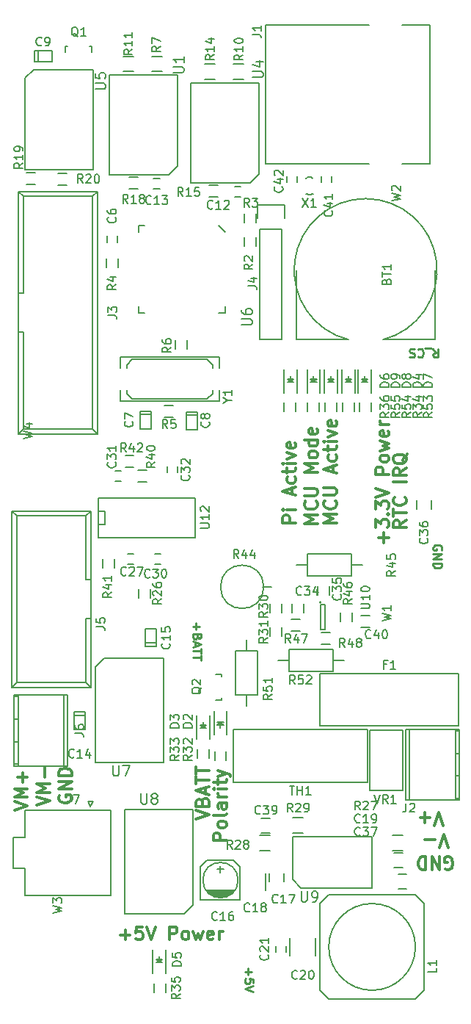
<source format=gbr>
G04 #@! TF.FileFunction,Legend,Top*
%FSLAX46Y46*%
G04 Gerber Fmt 4.6, Leading zero omitted, Abs format (unit mm)*
G04 Created by KiCad (PCBNEW 4.0.3-stable) date 09/30/16 03:10:32*
%MOMM*%
%LPD*%
G01*
G04 APERTURE LIST*
%ADD10C,0.100000*%
%ADD11C,0.250000*%
%ADD12C,0.300000*%
%ADD13C,0.150000*%
G04 APERTURE END LIST*
D10*
D11*
X171038571Y-112678571D02*
X171038571Y-113440476D01*
X170657619Y-113059524D02*
X171419524Y-113059524D01*
X171181429Y-114250000D02*
X171133810Y-114392857D01*
X171086190Y-114440476D01*
X170990952Y-114488095D01*
X170848095Y-114488095D01*
X170752857Y-114440476D01*
X170705238Y-114392857D01*
X170657619Y-114297619D01*
X170657619Y-113916666D01*
X171657619Y-113916666D01*
X171657619Y-114250000D01*
X171610000Y-114345238D01*
X171562381Y-114392857D01*
X171467143Y-114440476D01*
X171371905Y-114440476D01*
X171276667Y-114392857D01*
X171229048Y-114345238D01*
X171181429Y-114250000D01*
X171181429Y-113916666D01*
X170943333Y-114869047D02*
X170943333Y-115345238D01*
X170657619Y-114773809D02*
X171657619Y-115107142D01*
X170657619Y-115440476D01*
X171657619Y-115630952D02*
X171657619Y-116202381D01*
X170657619Y-115916666D02*
X171657619Y-115916666D01*
X171657619Y-116392857D02*
X171657619Y-116964286D01*
X170657619Y-116678571D02*
X171657619Y-116678571D01*
X177038571Y-152464286D02*
X177038571Y-153226191D01*
X176657619Y-152845239D02*
X177419524Y-152845239D01*
X177657619Y-154178572D02*
X177657619Y-153702381D01*
X177181429Y-153654762D01*
X177229048Y-153702381D01*
X177276667Y-153797619D01*
X177276667Y-154035715D01*
X177229048Y-154130953D01*
X177181429Y-154178572D01*
X177086190Y-154226191D01*
X176848095Y-154226191D01*
X176752857Y-154178572D01*
X176705238Y-154130953D01*
X176657619Y-154035715D01*
X176657619Y-153797619D01*
X176705238Y-153702381D01*
X176752857Y-153654762D01*
X177657619Y-154511905D02*
X176657619Y-154845238D01*
X177657619Y-155178572D01*
X199360000Y-104238096D02*
X199407619Y-104142858D01*
X199407619Y-104000001D01*
X199360000Y-103857143D01*
X199264762Y-103761905D01*
X199169524Y-103714286D01*
X198979048Y-103666667D01*
X198836190Y-103666667D01*
X198645714Y-103714286D01*
X198550476Y-103761905D01*
X198455238Y-103857143D01*
X198407619Y-104000001D01*
X198407619Y-104095239D01*
X198455238Y-104238096D01*
X198502857Y-104285715D01*
X198836190Y-104285715D01*
X198836190Y-104095239D01*
X198407619Y-104714286D02*
X199407619Y-104714286D01*
X198407619Y-105285715D01*
X199407619Y-105285715D01*
X198407619Y-105761905D02*
X199407619Y-105761905D01*
X199407619Y-106000000D01*
X199360000Y-106142858D01*
X199264762Y-106238096D01*
X199169524Y-106285715D01*
X198979048Y-106333334D01*
X198836190Y-106333334D01*
X198645714Y-106285715D01*
X198550476Y-106238096D01*
X198455238Y-106142858D01*
X198407619Y-106000000D01*
X198407619Y-105761905D01*
X198407619Y-81047619D02*
X198740953Y-81523810D01*
X198979048Y-81047619D02*
X198979048Y-82047619D01*
X198598095Y-82047619D01*
X198502857Y-82000000D01*
X198455238Y-81952381D01*
X198407619Y-81857143D01*
X198407619Y-81714286D01*
X198455238Y-81619048D01*
X198502857Y-81571429D01*
X198598095Y-81523810D01*
X198979048Y-81523810D01*
X198217143Y-80952381D02*
X197455238Y-80952381D01*
X196645714Y-81142857D02*
X196693333Y-81095238D01*
X196836190Y-81047619D01*
X196931428Y-81047619D01*
X197074286Y-81095238D01*
X197169524Y-81190476D01*
X197217143Y-81285714D01*
X197264762Y-81476190D01*
X197264762Y-81619048D01*
X197217143Y-81809524D01*
X197169524Y-81904762D01*
X197074286Y-82000000D01*
X196931428Y-82047619D01*
X196836190Y-82047619D01*
X196693333Y-82000000D01*
X196645714Y-81952381D01*
X196264762Y-81095238D02*
X196121905Y-81047619D01*
X195883809Y-81047619D01*
X195788571Y-81095238D01*
X195740952Y-81142857D01*
X195693333Y-81238095D01*
X195693333Y-81333333D01*
X195740952Y-81428571D01*
X195788571Y-81476190D01*
X195883809Y-81523810D01*
X196074286Y-81571429D01*
X196169524Y-81619048D01*
X196217143Y-81666667D01*
X196264762Y-81761905D01*
X196264762Y-81857143D01*
X196217143Y-81952381D01*
X196169524Y-82000000D01*
X196074286Y-82047619D01*
X195836190Y-82047619D01*
X195693333Y-82000000D01*
D12*
X162288572Y-148607143D02*
X163431429Y-148607143D01*
X162860000Y-149178571D02*
X162860000Y-148035714D01*
X164860001Y-147678571D02*
X164145715Y-147678571D01*
X164074286Y-148392857D01*
X164145715Y-148321429D01*
X164288572Y-148250000D01*
X164645715Y-148250000D01*
X164788572Y-148321429D01*
X164860001Y-148392857D01*
X164931429Y-148535714D01*
X164931429Y-148892857D01*
X164860001Y-149035714D01*
X164788572Y-149107143D01*
X164645715Y-149178571D01*
X164288572Y-149178571D01*
X164145715Y-149107143D01*
X164074286Y-149035714D01*
X165360000Y-147678571D02*
X165860000Y-149178571D01*
X166360000Y-147678571D01*
X168002857Y-149178571D02*
X168002857Y-147678571D01*
X168574285Y-147678571D01*
X168717143Y-147750000D01*
X168788571Y-147821429D01*
X168860000Y-147964286D01*
X168860000Y-148178571D01*
X168788571Y-148321429D01*
X168717143Y-148392857D01*
X168574285Y-148464286D01*
X168002857Y-148464286D01*
X169717143Y-149178571D02*
X169574285Y-149107143D01*
X169502857Y-149035714D01*
X169431428Y-148892857D01*
X169431428Y-148464286D01*
X169502857Y-148321429D01*
X169574285Y-148250000D01*
X169717143Y-148178571D01*
X169931428Y-148178571D01*
X170074285Y-148250000D01*
X170145714Y-148321429D01*
X170217143Y-148464286D01*
X170217143Y-148892857D01*
X170145714Y-149035714D01*
X170074285Y-149107143D01*
X169931428Y-149178571D01*
X169717143Y-149178571D01*
X170717143Y-148178571D02*
X171002857Y-149178571D01*
X171288571Y-148464286D01*
X171574286Y-149178571D01*
X171860000Y-148178571D01*
X173002857Y-149107143D02*
X172860000Y-149178571D01*
X172574286Y-149178571D01*
X172431429Y-149107143D01*
X172360000Y-148964286D01*
X172360000Y-148392857D01*
X172431429Y-148250000D01*
X172574286Y-148178571D01*
X172860000Y-148178571D01*
X173002857Y-148250000D01*
X173074286Y-148392857D01*
X173074286Y-148535714D01*
X172360000Y-148678571D01*
X173717143Y-149178571D02*
X173717143Y-148178571D01*
X173717143Y-148464286D02*
X173788571Y-148321429D01*
X173860000Y-148250000D01*
X174002857Y-148178571D01*
X174145714Y-148178571D01*
X174538571Y-137714285D02*
X173038571Y-137714285D01*
X173038571Y-137142857D01*
X173110000Y-136999999D01*
X173181429Y-136928571D01*
X173324286Y-136857142D01*
X173538571Y-136857142D01*
X173681429Y-136928571D01*
X173752857Y-136999999D01*
X173824286Y-137142857D01*
X173824286Y-137714285D01*
X174538571Y-135999999D02*
X174467143Y-136142857D01*
X174395714Y-136214285D01*
X174252857Y-136285714D01*
X173824286Y-136285714D01*
X173681429Y-136214285D01*
X173610000Y-136142857D01*
X173538571Y-135999999D01*
X173538571Y-135785714D01*
X173610000Y-135642857D01*
X173681429Y-135571428D01*
X173824286Y-135499999D01*
X174252857Y-135499999D01*
X174395714Y-135571428D01*
X174467143Y-135642857D01*
X174538571Y-135785714D01*
X174538571Y-135999999D01*
X174538571Y-134642856D02*
X174467143Y-134785714D01*
X174324286Y-134857142D01*
X173038571Y-134857142D01*
X174538571Y-133428571D02*
X173752857Y-133428571D01*
X173610000Y-133500000D01*
X173538571Y-133642857D01*
X173538571Y-133928571D01*
X173610000Y-134071428D01*
X174467143Y-133428571D02*
X174538571Y-133571428D01*
X174538571Y-133928571D01*
X174467143Y-134071428D01*
X174324286Y-134142857D01*
X174181429Y-134142857D01*
X174038571Y-134071428D01*
X173967143Y-133928571D01*
X173967143Y-133571428D01*
X173895714Y-133428571D01*
X174538571Y-132714285D02*
X173538571Y-132714285D01*
X173824286Y-132714285D02*
X173681429Y-132642857D01*
X173610000Y-132571428D01*
X173538571Y-132428571D01*
X173538571Y-132285714D01*
X174538571Y-131785714D02*
X173538571Y-131785714D01*
X173038571Y-131785714D02*
X173110000Y-131857143D01*
X173181429Y-131785714D01*
X173110000Y-131714286D01*
X173038571Y-131785714D01*
X173181429Y-131785714D01*
X173538571Y-131285714D02*
X173538571Y-130714285D01*
X173038571Y-131071428D02*
X174324286Y-131071428D01*
X174467143Y-131000000D01*
X174538571Y-130857142D01*
X174538571Y-130714285D01*
X173538571Y-130357142D02*
X174538571Y-129999999D01*
X173538571Y-129642857D02*
X174538571Y-129999999D01*
X174895714Y-130142857D01*
X174967143Y-130214285D01*
X175038571Y-130357142D01*
X171038571Y-135285714D02*
X172538571Y-134785714D01*
X171038571Y-134285714D01*
X171752857Y-133285714D02*
X171824286Y-133071428D01*
X171895714Y-133000000D01*
X172038571Y-132928571D01*
X172252857Y-132928571D01*
X172395714Y-133000000D01*
X172467143Y-133071428D01*
X172538571Y-133214286D01*
X172538571Y-133785714D01*
X171038571Y-133785714D01*
X171038571Y-133285714D01*
X171110000Y-133142857D01*
X171181429Y-133071428D01*
X171324286Y-133000000D01*
X171467143Y-133000000D01*
X171610000Y-133071428D01*
X171681429Y-133142857D01*
X171752857Y-133285714D01*
X171752857Y-133785714D01*
X172110000Y-132357143D02*
X172110000Y-131642857D01*
X172538571Y-132500000D02*
X171038571Y-132000000D01*
X172538571Y-131500000D01*
X171038571Y-131214286D02*
X171038571Y-130357143D01*
X172538571Y-130785714D02*
X171038571Y-130785714D01*
X171038571Y-130071429D02*
X171038571Y-129214286D01*
X172538571Y-129642857D02*
X171038571Y-129642857D01*
X195288571Y-100821428D02*
X194574286Y-101321428D01*
X195288571Y-101678571D02*
X193788571Y-101678571D01*
X193788571Y-101107143D01*
X193860000Y-100964285D01*
X193931429Y-100892857D01*
X194074286Y-100821428D01*
X194288571Y-100821428D01*
X194431429Y-100892857D01*
X194502857Y-100964285D01*
X194574286Y-101107143D01*
X194574286Y-101678571D01*
X193788571Y-100392857D02*
X193788571Y-99535714D01*
X195288571Y-99964285D02*
X193788571Y-99964285D01*
X195145714Y-98178571D02*
X195217143Y-98250000D01*
X195288571Y-98464286D01*
X195288571Y-98607143D01*
X195217143Y-98821428D01*
X195074286Y-98964286D01*
X194931429Y-99035714D01*
X194645714Y-99107143D01*
X194431429Y-99107143D01*
X194145714Y-99035714D01*
X194002857Y-98964286D01*
X193860000Y-98821428D01*
X193788571Y-98607143D01*
X193788571Y-98464286D01*
X193860000Y-98250000D01*
X193931429Y-98178571D01*
X195288571Y-96392857D02*
X193788571Y-96392857D01*
X195288571Y-94821428D02*
X194574286Y-95321428D01*
X195288571Y-95678571D02*
X193788571Y-95678571D01*
X193788571Y-95107143D01*
X193860000Y-94964285D01*
X193931429Y-94892857D01*
X194074286Y-94821428D01*
X194288571Y-94821428D01*
X194431429Y-94892857D01*
X194502857Y-94964285D01*
X194574286Y-95107143D01*
X194574286Y-95678571D01*
X195431429Y-93178571D02*
X195360000Y-93321428D01*
X195217143Y-93464285D01*
X195002857Y-93678571D01*
X194931429Y-93821428D01*
X194931429Y-93964285D01*
X195288571Y-93892857D02*
X195217143Y-94035714D01*
X195074286Y-94178571D01*
X194788571Y-94250000D01*
X194288571Y-94250000D01*
X194002857Y-94178571D01*
X193860000Y-94035714D01*
X193788571Y-93892857D01*
X193788571Y-93607143D01*
X193860000Y-93464285D01*
X194002857Y-93321428D01*
X194288571Y-93250000D01*
X194788571Y-93250000D01*
X195074286Y-93321428D01*
X195217143Y-93464285D01*
X195288571Y-93607143D01*
X195288571Y-93892857D01*
X192717143Y-103392856D02*
X192717143Y-102249999D01*
X193288571Y-102821428D02*
X192145714Y-102821428D01*
X191788571Y-101678570D02*
X191788571Y-100749999D01*
X192360000Y-101249999D01*
X192360000Y-101035713D01*
X192431429Y-100892856D01*
X192502857Y-100821427D01*
X192645714Y-100749999D01*
X193002857Y-100749999D01*
X193145714Y-100821427D01*
X193217143Y-100892856D01*
X193288571Y-101035713D01*
X193288571Y-101464285D01*
X193217143Y-101607142D01*
X193145714Y-101678570D01*
X193145714Y-100107142D02*
X193217143Y-100035714D01*
X193288571Y-100107142D01*
X193217143Y-100178571D01*
X193145714Y-100107142D01*
X193288571Y-100107142D01*
X191788571Y-99535713D02*
X191788571Y-98607142D01*
X192360000Y-99107142D01*
X192360000Y-98892856D01*
X192431429Y-98749999D01*
X192502857Y-98678570D01*
X192645714Y-98607142D01*
X193002857Y-98607142D01*
X193145714Y-98678570D01*
X193217143Y-98749999D01*
X193288571Y-98892856D01*
X193288571Y-99321428D01*
X193217143Y-99464285D01*
X193145714Y-99535713D01*
X191788571Y-98178571D02*
X193288571Y-97678571D01*
X191788571Y-97178571D01*
X193288571Y-95535714D02*
X191788571Y-95535714D01*
X191788571Y-94964286D01*
X191860000Y-94821428D01*
X191931429Y-94750000D01*
X192074286Y-94678571D01*
X192288571Y-94678571D01*
X192431429Y-94750000D01*
X192502857Y-94821428D01*
X192574286Y-94964286D01*
X192574286Y-95535714D01*
X193288571Y-93821428D02*
X193217143Y-93964286D01*
X193145714Y-94035714D01*
X193002857Y-94107143D01*
X192574286Y-94107143D01*
X192431429Y-94035714D01*
X192360000Y-93964286D01*
X192288571Y-93821428D01*
X192288571Y-93607143D01*
X192360000Y-93464286D01*
X192431429Y-93392857D01*
X192574286Y-93321428D01*
X193002857Y-93321428D01*
X193145714Y-93392857D01*
X193217143Y-93464286D01*
X193288571Y-93607143D01*
X193288571Y-93821428D01*
X192288571Y-92821428D02*
X193288571Y-92535714D01*
X192574286Y-92250000D01*
X193288571Y-91964285D01*
X192288571Y-91678571D01*
X193217143Y-90535714D02*
X193288571Y-90678571D01*
X193288571Y-90964285D01*
X193217143Y-91107142D01*
X193074286Y-91178571D01*
X192502857Y-91178571D01*
X192360000Y-91107142D01*
X192288571Y-90964285D01*
X192288571Y-90678571D01*
X192360000Y-90535714D01*
X192502857Y-90464285D01*
X192645714Y-90464285D01*
X192788571Y-91178571D01*
X193288571Y-89821428D02*
X192288571Y-89821428D01*
X192574286Y-89821428D02*
X192431429Y-89750000D01*
X192360000Y-89678571D01*
X192288571Y-89535714D01*
X192288571Y-89392857D01*
X187288571Y-101142857D02*
X185788571Y-101142857D01*
X186860000Y-100642857D01*
X185788571Y-100142857D01*
X187288571Y-100142857D01*
X187145714Y-98571428D02*
X187217143Y-98642857D01*
X187288571Y-98857143D01*
X187288571Y-99000000D01*
X187217143Y-99214285D01*
X187074286Y-99357143D01*
X186931429Y-99428571D01*
X186645714Y-99500000D01*
X186431429Y-99500000D01*
X186145714Y-99428571D01*
X186002857Y-99357143D01*
X185860000Y-99214285D01*
X185788571Y-99000000D01*
X185788571Y-98857143D01*
X185860000Y-98642857D01*
X185931429Y-98571428D01*
X185788571Y-97928571D02*
X187002857Y-97928571D01*
X187145714Y-97857143D01*
X187217143Y-97785714D01*
X187288571Y-97642857D01*
X187288571Y-97357143D01*
X187217143Y-97214285D01*
X187145714Y-97142857D01*
X187002857Y-97071428D01*
X185788571Y-97071428D01*
X186860000Y-95285714D02*
X186860000Y-94571428D01*
X187288571Y-95428571D02*
X185788571Y-94928571D01*
X187288571Y-94428571D01*
X187217143Y-93285714D02*
X187288571Y-93428571D01*
X187288571Y-93714285D01*
X187217143Y-93857143D01*
X187145714Y-93928571D01*
X187002857Y-94000000D01*
X186574286Y-94000000D01*
X186431429Y-93928571D01*
X186360000Y-93857143D01*
X186288571Y-93714285D01*
X186288571Y-93428571D01*
X186360000Y-93285714D01*
X186288571Y-92857143D02*
X186288571Y-92285714D01*
X185788571Y-92642857D02*
X187074286Y-92642857D01*
X187217143Y-92571429D01*
X187288571Y-92428571D01*
X187288571Y-92285714D01*
X187288571Y-91785714D02*
X186288571Y-91785714D01*
X185788571Y-91785714D02*
X185860000Y-91857143D01*
X185931429Y-91785714D01*
X185860000Y-91714286D01*
X185788571Y-91785714D01*
X185931429Y-91785714D01*
X186288571Y-91214285D02*
X187288571Y-90857142D01*
X186288571Y-90500000D01*
X187217143Y-89357143D02*
X187288571Y-89500000D01*
X187288571Y-89785714D01*
X187217143Y-89928571D01*
X187074286Y-90000000D01*
X186502857Y-90000000D01*
X186360000Y-89928571D01*
X186288571Y-89785714D01*
X186288571Y-89500000D01*
X186360000Y-89357143D01*
X186502857Y-89285714D01*
X186645714Y-89285714D01*
X186788571Y-90000000D01*
X185038571Y-101214286D02*
X183538571Y-101214286D01*
X184610000Y-100714286D01*
X183538571Y-100214286D01*
X185038571Y-100214286D01*
X184895714Y-98642857D02*
X184967143Y-98714286D01*
X185038571Y-98928572D01*
X185038571Y-99071429D01*
X184967143Y-99285714D01*
X184824286Y-99428572D01*
X184681429Y-99500000D01*
X184395714Y-99571429D01*
X184181429Y-99571429D01*
X183895714Y-99500000D01*
X183752857Y-99428572D01*
X183610000Y-99285714D01*
X183538571Y-99071429D01*
X183538571Y-98928572D01*
X183610000Y-98714286D01*
X183681429Y-98642857D01*
X183538571Y-98000000D02*
X184752857Y-98000000D01*
X184895714Y-97928572D01*
X184967143Y-97857143D01*
X185038571Y-97714286D01*
X185038571Y-97428572D01*
X184967143Y-97285714D01*
X184895714Y-97214286D01*
X184752857Y-97142857D01*
X183538571Y-97142857D01*
X185038571Y-95285714D02*
X183538571Y-95285714D01*
X184610000Y-94785714D01*
X183538571Y-94285714D01*
X185038571Y-94285714D01*
X185038571Y-93357142D02*
X184967143Y-93500000D01*
X184895714Y-93571428D01*
X184752857Y-93642857D01*
X184324286Y-93642857D01*
X184181429Y-93571428D01*
X184110000Y-93500000D01*
X184038571Y-93357142D01*
X184038571Y-93142857D01*
X184110000Y-93000000D01*
X184181429Y-92928571D01*
X184324286Y-92857142D01*
X184752857Y-92857142D01*
X184895714Y-92928571D01*
X184967143Y-93000000D01*
X185038571Y-93142857D01*
X185038571Y-93357142D01*
X185038571Y-91571428D02*
X183538571Y-91571428D01*
X184967143Y-91571428D02*
X185038571Y-91714285D01*
X185038571Y-91999999D01*
X184967143Y-92142857D01*
X184895714Y-92214285D01*
X184752857Y-92285714D01*
X184324286Y-92285714D01*
X184181429Y-92214285D01*
X184110000Y-92142857D01*
X184038571Y-91999999D01*
X184038571Y-91714285D01*
X184110000Y-91571428D01*
X184967143Y-90285714D02*
X185038571Y-90428571D01*
X185038571Y-90714285D01*
X184967143Y-90857142D01*
X184824286Y-90928571D01*
X184252857Y-90928571D01*
X184110000Y-90857142D01*
X184038571Y-90714285D01*
X184038571Y-90428571D01*
X184110000Y-90285714D01*
X184252857Y-90214285D01*
X184395714Y-90214285D01*
X184538571Y-90928571D01*
X182538571Y-101107142D02*
X181038571Y-101107142D01*
X181038571Y-100535714D01*
X181110000Y-100392856D01*
X181181429Y-100321428D01*
X181324286Y-100249999D01*
X181538571Y-100249999D01*
X181681429Y-100321428D01*
X181752857Y-100392856D01*
X181824286Y-100535714D01*
X181824286Y-101107142D01*
X182538571Y-99607142D02*
X181538571Y-99607142D01*
X181038571Y-99607142D02*
X181110000Y-99678571D01*
X181181429Y-99607142D01*
X181110000Y-99535714D01*
X181038571Y-99607142D01*
X181181429Y-99607142D01*
X182110000Y-97821428D02*
X182110000Y-97107142D01*
X182538571Y-97964285D02*
X181038571Y-97464285D01*
X182538571Y-96964285D01*
X182467143Y-95821428D02*
X182538571Y-95964285D01*
X182538571Y-96249999D01*
X182467143Y-96392857D01*
X182395714Y-96464285D01*
X182252857Y-96535714D01*
X181824286Y-96535714D01*
X181681429Y-96464285D01*
X181610000Y-96392857D01*
X181538571Y-96249999D01*
X181538571Y-95964285D01*
X181610000Y-95821428D01*
X181538571Y-95392857D02*
X181538571Y-94821428D01*
X181038571Y-95178571D02*
X182324286Y-95178571D01*
X182467143Y-95107143D01*
X182538571Y-94964285D01*
X182538571Y-94821428D01*
X182538571Y-94321428D02*
X181538571Y-94321428D01*
X181038571Y-94321428D02*
X181110000Y-94392857D01*
X181181429Y-94321428D01*
X181110000Y-94250000D01*
X181038571Y-94321428D01*
X181181429Y-94321428D01*
X181538571Y-93749999D02*
X182538571Y-93392856D01*
X181538571Y-93035714D01*
X182467143Y-91892857D02*
X182538571Y-92035714D01*
X182538571Y-92321428D01*
X182467143Y-92464285D01*
X182324286Y-92535714D01*
X181752857Y-92535714D01*
X181610000Y-92464285D01*
X181538571Y-92321428D01*
X181538571Y-92035714D01*
X181610000Y-91892857D01*
X181752857Y-91821428D01*
X181895714Y-91821428D01*
X182038571Y-92535714D01*
X199824286Y-141050000D02*
X199967143Y-141121429D01*
X200181429Y-141121429D01*
X200395714Y-141050000D01*
X200538572Y-140907143D01*
X200610000Y-140764286D01*
X200681429Y-140478571D01*
X200681429Y-140264286D01*
X200610000Y-139978571D01*
X200538572Y-139835714D01*
X200395714Y-139692857D01*
X200181429Y-139621429D01*
X200038572Y-139621429D01*
X199824286Y-139692857D01*
X199752857Y-139764286D01*
X199752857Y-140264286D01*
X200038572Y-140264286D01*
X199110000Y-139621429D02*
X199110000Y-141121429D01*
X198252857Y-139621429D01*
X198252857Y-141121429D01*
X197538571Y-139621429D02*
X197538571Y-141121429D01*
X197181428Y-141121429D01*
X196967143Y-141050000D01*
X196824285Y-140907143D01*
X196752857Y-140764286D01*
X196681428Y-140478571D01*
X196681428Y-140264286D01*
X196752857Y-139978571D01*
X196824285Y-139835714D01*
X196967143Y-139692857D01*
X197181428Y-139621429D01*
X197538571Y-139621429D01*
X200110000Y-138571429D02*
X199610000Y-137071429D01*
X199110000Y-138571429D01*
X198610000Y-137642857D02*
X197467143Y-137642857D01*
X199538571Y-136021429D02*
X199038571Y-134521429D01*
X198538571Y-136021429D01*
X198038571Y-135092857D02*
X196895714Y-135092857D01*
X197467143Y-134521429D02*
X197467143Y-135664286D01*
X150088571Y-134257143D02*
X151588571Y-133757143D01*
X150088571Y-133257143D01*
X151588571Y-132757143D02*
X150088571Y-132757143D01*
X151160000Y-132257143D01*
X150088571Y-131757143D01*
X151588571Y-131757143D01*
X151017143Y-131042857D02*
X151017143Y-129900000D01*
X151588571Y-130471429D02*
X150445714Y-130471429D01*
X152638571Y-133685714D02*
X154138571Y-133185714D01*
X152638571Y-132685714D01*
X154138571Y-132185714D02*
X152638571Y-132185714D01*
X153710000Y-131685714D01*
X152638571Y-131185714D01*
X154138571Y-131185714D01*
X153567143Y-130471428D02*
X153567143Y-129328571D01*
X155260000Y-132542857D02*
X155188571Y-132685714D01*
X155188571Y-132900000D01*
X155260000Y-133114285D01*
X155402857Y-133257143D01*
X155545714Y-133328571D01*
X155831429Y-133400000D01*
X156045714Y-133400000D01*
X156331429Y-133328571D01*
X156474286Y-133257143D01*
X156617143Y-133114285D01*
X156688571Y-132900000D01*
X156688571Y-132757143D01*
X156617143Y-132542857D01*
X156545714Y-132471428D01*
X156045714Y-132471428D01*
X156045714Y-132757143D01*
X156688571Y-131828571D02*
X155188571Y-131828571D01*
X156688571Y-130971428D01*
X155188571Y-130971428D01*
X156688571Y-130257142D02*
X155188571Y-130257142D01*
X155188571Y-129899999D01*
X155260000Y-129685714D01*
X155402857Y-129542856D01*
X155545714Y-129471428D01*
X155831429Y-129399999D01*
X156045714Y-129399999D01*
X156331429Y-129471428D01*
X156474286Y-129542856D01*
X156617143Y-129685714D01*
X156688571Y-129899999D01*
X156688571Y-130257142D01*
D13*
X183900000Y-104730000D02*
X188980000Y-104730000D01*
X188980000Y-104730000D02*
X188980000Y-107270000D01*
X188980000Y-107270000D02*
X183900000Y-107270000D01*
X183900000Y-107270000D02*
X183900000Y-104730000D01*
X183900000Y-106000000D02*
X182630000Y-106000000D01*
X188980000Y-106000000D02*
X190250000Y-106000000D01*
X160797000Y-68762000D02*
X160797000Y-68062000D01*
X161997000Y-68062000D02*
X161997000Y-68762000D01*
X164572000Y-88650020D02*
X165842000Y-88650020D01*
X164572000Y-90301020D02*
X165842000Y-90301020D01*
X165842000Y-90301020D02*
X165842000Y-88269020D01*
X165842000Y-88269020D02*
X164572000Y-88269020D01*
X164572000Y-88269020D02*
X164572000Y-90301020D01*
X169906000Y-88710980D02*
X171176000Y-88710980D01*
X169906000Y-90361980D02*
X171176000Y-90361980D01*
X171176000Y-90361980D02*
X171176000Y-88329980D01*
X171176000Y-88329980D02*
X169906000Y-88329980D01*
X169906000Y-88329980D02*
X169906000Y-90361980D01*
X158780160Y-46191000D02*
X158731900Y-46191000D01*
X155981180Y-46892040D02*
X155981180Y-46191000D01*
X155981180Y-46191000D02*
X156230100Y-46191000D01*
X158780160Y-46191000D02*
X158980820Y-46191000D01*
X158980820Y-46191000D02*
X158980820Y-46892040D01*
X176597000Y-69190000D02*
X176597000Y-68190000D01*
X177947000Y-68190000D02*
X177947000Y-69190000D01*
X176597000Y-66523000D02*
X176597000Y-65523000D01*
X177947000Y-65523000D02*
X177947000Y-66523000D01*
X162072000Y-70706000D02*
X162072000Y-71706000D01*
X160722000Y-71706000D02*
X160722000Y-70706000D01*
X168362000Y-88911000D02*
X167362000Y-88911000D01*
X167362000Y-87561000D02*
X168362000Y-87561000D01*
X170035000Y-80104000D02*
X170035000Y-81104000D01*
X168685000Y-81104000D02*
X168685000Y-80104000D01*
X172954000Y-86204000D02*
X172954000Y-85823000D01*
X172954000Y-82902000D02*
X172954000Y-83283000D01*
X163048000Y-82902000D02*
X163048000Y-83283000D01*
X163048000Y-86204000D02*
X163048000Y-85823000D01*
X162286000Y-87093000D02*
X162286000Y-85823000D01*
X162286000Y-82013000D02*
X162286000Y-83283000D01*
X173716000Y-82013000D02*
X173716000Y-83283000D01*
X173716000Y-87093000D02*
X173716000Y-85823000D01*
X172954000Y-82902000D02*
X172319000Y-82267000D01*
X172319000Y-82267000D02*
X163683000Y-82267000D01*
X163683000Y-82267000D02*
X163048000Y-82902000D01*
X163048000Y-86204000D02*
X163683000Y-86839000D01*
X163683000Y-86839000D02*
X172319000Y-86839000D01*
X172319000Y-86839000D02*
X172954000Y-86204000D01*
X162286000Y-82013000D02*
X173716000Y-82013000D01*
X173716000Y-87093000D02*
X162286000Y-87093000D01*
X152809980Y-47969000D02*
X152809980Y-46699000D01*
X154460980Y-47969000D02*
X154460980Y-46699000D01*
X154460980Y-46699000D02*
X152428980Y-46699000D01*
X152428980Y-46699000D02*
X152428980Y-47969000D01*
X152428980Y-47969000D02*
X154460980Y-47969000D01*
X176227000Y-63563000D02*
X175527000Y-63563000D01*
X175527000Y-62363000D02*
X176227000Y-62363000D01*
X166847000Y-62658000D02*
X166147000Y-62658000D01*
X166147000Y-61458000D02*
X166847000Y-61458000D01*
X165970000Y-47340000D02*
X167170000Y-47340000D01*
X167170000Y-49090000D02*
X165970000Y-49090000D01*
X175326000Y-48245000D02*
X176526000Y-48245000D01*
X176526000Y-49995000D02*
X175326000Y-49995000D01*
X162668000Y-47340000D02*
X163868000Y-47340000D01*
X163868000Y-49090000D02*
X162668000Y-49090000D01*
X172029000Y-48245000D02*
X173229000Y-48245000D01*
X173229000Y-49995000D02*
X172029000Y-49995000D01*
X172559000Y-62161000D02*
X173559000Y-62161000D01*
X173559000Y-63511000D02*
X172559000Y-63511000D01*
X163330000Y-61256000D02*
X164330000Y-61256000D01*
X164330000Y-62606000D02*
X163330000Y-62606000D01*
X151466000Y-60756000D02*
X152466000Y-60756000D01*
X152466000Y-62106000D02*
X151466000Y-62106000D01*
X155110000Y-60825000D02*
X156110000Y-60825000D01*
X156110000Y-62175000D02*
X155110000Y-62175000D01*
X156975000Y-123291020D02*
X158245000Y-123291020D01*
X156975000Y-124942020D02*
X158245000Y-124942020D01*
X158245000Y-124942020D02*
X158245000Y-122910020D01*
X158245000Y-122910020D02*
X156975000Y-122910020D01*
X156975000Y-122910020D02*
X156975000Y-124942020D01*
X166495000Y-114958980D02*
X165225000Y-114958980D01*
X166495000Y-113307980D02*
X165225000Y-113307980D01*
X165225000Y-113307980D02*
X165225000Y-115339980D01*
X165225000Y-115339980D02*
X166495000Y-115339980D01*
X166495000Y-115339980D02*
X166495000Y-113307980D01*
X163123000Y-104661000D02*
X163823000Y-104661000D01*
X163823000Y-105861000D02*
X163123000Y-105861000D01*
X166298000Y-104661000D02*
X166998000Y-104661000D01*
X166998000Y-105861000D02*
X166298000Y-105861000D01*
X161714000Y-95136000D02*
X162414000Y-95136000D01*
X162414000Y-96336000D02*
X161714000Y-96336000D01*
X167687000Y-95312000D02*
X167687000Y-94612000D01*
X168887000Y-94612000D02*
X168887000Y-95312000D01*
X186449167Y-108452147D02*
X186449167Y-109452147D01*
X185099167Y-109452147D02*
X185099167Y-108452147D01*
X164346000Y-95061000D02*
X165346000Y-95061000D01*
X165346000Y-96411000D02*
X164346000Y-96411000D01*
X160246000Y-106281000D02*
X160246000Y-105281000D01*
X161596000Y-105281000D02*
X161596000Y-106281000D01*
X162860000Y-93325000D02*
X163860000Y-93325000D01*
X163860000Y-94675000D02*
X162860000Y-94675000D01*
X187685000Y-112500000D02*
X187685000Y-111500000D01*
X189035000Y-111500000D02*
X189035000Y-112500000D01*
X159778000Y-99800000D02*
X160540000Y-99800000D01*
X160540000Y-99800000D02*
X160540000Y-101324000D01*
X160540000Y-101324000D02*
X159778000Y-101324000D01*
X170954000Y-98276000D02*
X170954000Y-102848000D01*
X170954000Y-102848000D02*
X159778000Y-102848000D01*
X159778000Y-102848000D02*
X159778000Y-98276000D01*
X159778000Y-98276000D02*
X170954000Y-98276000D01*
X173633000Y-66889000D02*
X174383000Y-67639000D01*
X174383000Y-76139000D02*
X174383000Y-76889000D01*
X174383000Y-76889000D02*
X173633000Y-76889000D01*
X164383000Y-67639000D02*
X164383000Y-66889000D01*
X164383000Y-66889000D02*
X165133000Y-66889000D01*
X164383000Y-76139000D02*
X164383000Y-76889000D01*
X164383000Y-76889000D02*
X165133000Y-76889000D01*
X167915000Y-61035000D02*
X168915000Y-60035000D01*
X168915000Y-60035000D02*
X168915000Y-49495000D01*
X168915000Y-49495000D02*
X161055000Y-49495000D01*
X161055000Y-49495000D02*
X161055000Y-61035000D01*
X161055000Y-61035000D02*
X167915000Y-61035000D01*
X152326000Y-48865000D02*
X151326000Y-49865000D01*
X151326000Y-49865000D02*
X151326000Y-60405000D01*
X151326000Y-60405000D02*
X159186000Y-60405000D01*
X159186000Y-60405000D02*
X159186000Y-48865000D01*
X159186000Y-48865000D02*
X152326000Y-48865000D01*
X177271000Y-61940000D02*
X178271000Y-60940000D01*
X178271000Y-60940000D02*
X178271000Y-50400000D01*
X178271000Y-50400000D02*
X170411000Y-50400000D01*
X170411000Y-50400000D02*
X170411000Y-61940000D01*
X170411000Y-61940000D02*
X177271000Y-61940000D01*
X160430000Y-116740000D02*
X159430000Y-117740000D01*
X159430000Y-117740000D02*
X159430000Y-128780000D01*
X159430000Y-128780000D02*
X167290000Y-128780000D01*
X167290000Y-128780000D02*
X167290000Y-116740000D01*
X167290000Y-116740000D02*
X160430000Y-116740000D01*
X169690000Y-146180000D02*
X170690000Y-145180000D01*
X170690000Y-145180000D02*
X170690000Y-134140000D01*
X170690000Y-134140000D02*
X162830000Y-134140000D01*
X162830000Y-134140000D02*
X162830000Y-146180000D01*
X162830000Y-146180000D02*
X169690000Y-146180000D01*
X198005000Y-59716000D02*
X194830000Y-59716000D01*
X198005000Y-43714000D02*
X194830000Y-43714000D01*
X179082000Y-43714000D02*
X179082000Y-59716000D01*
X191020000Y-43714000D02*
X179082000Y-43714000D01*
X198005000Y-59716000D02*
X198005000Y-43714000D01*
X179082000Y-59716000D02*
X191020000Y-59716000D01*
X180955000Y-67281000D02*
X180955000Y-79981000D01*
X180955000Y-79981000D02*
X178415000Y-79981000D01*
X178415000Y-79981000D02*
X178415000Y-67281000D01*
X181235000Y-64461000D02*
X181235000Y-66011000D01*
X180955000Y-67281000D02*
X178415000Y-67281000D01*
X178135000Y-66011000D02*
X178135000Y-64461000D01*
X178135000Y-64461000D02*
X181235000Y-64461000D01*
X195261200Y-124900440D02*
X195261200Y-133099560D01*
X195659980Y-124900440D02*
X195659980Y-133099560D01*
X200960960Y-124900440D02*
X200960960Y-133099560D01*
X201458800Y-133099560D02*
X201458800Y-124900440D01*
X200960960Y-127699520D02*
X201458800Y-127699520D01*
X201458800Y-132898900D02*
X200960960Y-132898900D01*
X200960960Y-125098560D02*
X201458800Y-125098560D01*
X201458800Y-130297940D02*
X200960960Y-130297940D01*
X201458800Y-124900440D02*
X195261200Y-124900440D01*
X195261200Y-133097020D02*
X201458800Y-133097020D01*
X179510000Y-141500000D02*
X179510000Y-142500000D01*
X181210000Y-142500000D02*
X181210000Y-141500000D01*
X176118038Y-141500000D02*
X176118038Y-143500000D01*
X179068038Y-143500000D02*
X179068038Y-141500000D01*
X193860000Y-140850000D02*
X194860000Y-140850000D01*
X194860000Y-139150000D02*
X193860000Y-139150000D01*
X181885000Y-149000000D02*
X181885000Y-151000000D01*
X184835000Y-151000000D02*
X184835000Y-149000000D01*
X180260000Y-150600000D02*
X180260000Y-149900000D01*
X181460000Y-149900000D02*
X181460000Y-150600000D01*
X194360000Y-143350000D02*
X195360000Y-143350000D01*
X195360000Y-141650000D02*
X194360000Y-141650000D01*
X178560000Y-136850000D02*
X179560000Y-136850000D01*
X179560000Y-135150000D02*
X178560000Y-135150000D01*
X190110000Y-111825000D02*
X191110000Y-111825000D01*
X191110000Y-113175000D02*
X190110000Y-113175000D01*
X185510000Y-61899252D02*
X185510000Y-61199252D01*
X186710000Y-61199252D02*
X186710000Y-61899252D01*
X181510000Y-61899252D02*
X181510000Y-61199252D01*
X182710000Y-61199252D02*
X182710000Y-61899252D01*
X196361260Y-150001260D02*
G75*
G03X196361260Y-150001260I-5001260J0D01*
G01*
X191360000Y-144001780D02*
X196361260Y-144001780D01*
X196361260Y-144001780D02*
X197359480Y-145000000D01*
X197359480Y-145000000D02*
X197359480Y-155002520D01*
X197359480Y-155002520D02*
X196361260Y-156000740D01*
X196361260Y-156000740D02*
X186358740Y-156000740D01*
X186358740Y-156000740D02*
X185360520Y-155002520D01*
X185360520Y-155002520D02*
X185360520Y-145000000D01*
X185360520Y-145000000D02*
X186358740Y-144001780D01*
X186358740Y-144001780D02*
X191360000Y-144001780D01*
X165785000Y-108750000D02*
X165785000Y-109750000D01*
X164435000Y-109750000D02*
X164435000Y-108750000D01*
X193710000Y-137125000D02*
X194910000Y-137125000D01*
X194910000Y-138875000D02*
X193710000Y-138875000D01*
X179610000Y-138875000D02*
X178410000Y-138875000D01*
X178410000Y-137125000D02*
X179610000Y-137125000D01*
X183410000Y-136875000D02*
X182210000Y-136875000D01*
X182210000Y-135125000D02*
X183410000Y-135125000D01*
X179599167Y-111452147D02*
X179599167Y-110452147D01*
X180949167Y-110452147D02*
X180949167Y-111452147D01*
X179599167Y-114202147D02*
X179599167Y-113202147D01*
X180949167Y-113202147D02*
X180949167Y-114202147D01*
X182024167Y-112277147D02*
X183024167Y-112277147D01*
X183024167Y-113627147D02*
X182024167Y-113627147D01*
X185524167Y-113777147D02*
X186524167Y-113777147D01*
X186524167Y-115127147D02*
X185524167Y-115127147D01*
X185474167Y-110302147D02*
G75*
G03X185474167Y-110302147I-100000J0D01*
G01*
X185924167Y-110552147D02*
X185424167Y-110552147D01*
X185924167Y-113452147D02*
X185924167Y-110552147D01*
X185424167Y-113452147D02*
X185924167Y-113452147D01*
X185424167Y-110552147D02*
X185424167Y-113452147D01*
X184559580Y-63198412D02*
X184460520Y-63249212D01*
X184460520Y-63249212D02*
X184259860Y-63300012D01*
X184259860Y-63300012D02*
X184059200Y-63300012D01*
X184059200Y-63300012D02*
X183810280Y-63249212D01*
X183810280Y-63249212D02*
X183711220Y-63198412D01*
X184508780Y-61400092D02*
X184358920Y-61298492D01*
X184358920Y-61298492D02*
X184160800Y-61298492D01*
X184160800Y-61298492D02*
X183960140Y-61298492D01*
X183960140Y-61298492D02*
X183810280Y-61349292D01*
X183810280Y-61349292D02*
X183711220Y-61400092D01*
X159640000Y-62920000D02*
X159640000Y-90860000D01*
X159090000Y-63460000D02*
X159090000Y-90300000D01*
X150540000Y-62920000D02*
X150540000Y-90860000D01*
X151090000Y-63460000D02*
X151090000Y-74640000D01*
X151090000Y-79140000D02*
X151090000Y-90300000D01*
X151090000Y-74640000D02*
X150540000Y-74640000D01*
X151090000Y-79140000D02*
X150540000Y-79140000D01*
X159640000Y-62920000D02*
X150540000Y-62920000D01*
X159090000Y-63460000D02*
X151090000Y-63460000D01*
X159640000Y-90860000D02*
X150540000Y-90860000D01*
X159090000Y-90300000D02*
X151090000Y-90300000D01*
X159640000Y-62920000D02*
X159090000Y-63460000D01*
X159640000Y-90860000D02*
X159090000Y-90300000D01*
X150540000Y-62920000D02*
X151090000Y-63460000D01*
X150540000Y-90860000D02*
X151090000Y-90300000D01*
X149790000Y-120080000D02*
X149790000Y-99760000D01*
X150340000Y-119540000D02*
X150340000Y-100320000D01*
X158890000Y-120080000D02*
X158890000Y-99760000D01*
X158340000Y-119540000D02*
X158340000Y-112170000D01*
X158340000Y-107670000D02*
X158340000Y-100320000D01*
X158340000Y-112170000D02*
X158890000Y-112170000D01*
X158340000Y-107670000D02*
X158890000Y-107670000D01*
X149790000Y-120080000D02*
X158890000Y-120080000D01*
X150340000Y-119540000D02*
X158340000Y-119540000D01*
X149790000Y-99760000D02*
X158890000Y-99760000D01*
X150340000Y-100320000D02*
X158340000Y-100320000D01*
X149790000Y-120080000D02*
X150340000Y-119540000D01*
X149790000Y-99760000D02*
X150340000Y-100320000D01*
X158890000Y-120080000D02*
X158340000Y-119540000D01*
X158890000Y-99760000D02*
X158340000Y-100320000D01*
X161210000Y-139150000D02*
X161210000Y-134250000D01*
X161210000Y-134250000D02*
X151310000Y-134250000D01*
X151310000Y-134250000D02*
X151310000Y-137350000D01*
X151310000Y-137350000D02*
X149910000Y-137350000D01*
X149910000Y-137350000D02*
X149910000Y-139150000D01*
X161210000Y-139150000D02*
X161210000Y-144050000D01*
X161210000Y-144050000D02*
X151310000Y-144050000D01*
X151310000Y-144050000D02*
X151310000Y-140950000D01*
X151310000Y-140950000D02*
X149910000Y-140950000D01*
X149910000Y-140950000D02*
X149910000Y-139150000D01*
X158860000Y-133850000D02*
X158560000Y-133250000D01*
X158560000Y-133250000D02*
X159160000Y-133250000D01*
X159160000Y-133250000D02*
X158860000Y-133850000D01*
X178760940Y-108500000D02*
X179761700Y-108500000D01*
X178860000Y-108500000D02*
G75*
G03X178860000Y-108500000I-2499360J0D01*
G01*
X173860000Y-140649860D02*
X173860000Y-141411860D01*
X173479000Y-141030860D02*
X174241000Y-141030860D01*
X176146000Y-140776860D02*
X176146000Y-144586860D01*
X172336000Y-140014860D02*
X175384000Y-140014860D01*
X176146000Y-140776860D02*
X175384000Y-140014860D01*
X171574000Y-140776860D02*
X171574000Y-144586860D01*
X171574000Y-140776860D02*
X172336000Y-140014860D01*
X173987000Y-144332860D02*
X173733000Y-144332860D01*
X173225000Y-144205860D02*
X174495000Y-144205860D01*
X174749000Y-144078860D02*
X172971000Y-144078860D01*
X175003000Y-143951860D02*
X172717000Y-143951860D01*
X172590000Y-143824860D02*
X175130000Y-143824860D01*
X175257000Y-143697860D02*
X172463000Y-143697860D01*
X172336000Y-143570860D02*
X175384000Y-143570860D01*
X172209000Y-143443860D02*
X175511000Y-143443860D01*
X171574000Y-144586860D02*
X176146000Y-144586860D01*
X175892000Y-142300860D02*
G75*
G03X175892000Y-142300860I-2032000J0D01*
G01*
X185360000Y-118500000D02*
X185360000Y-124500000D01*
X201360000Y-118500000D02*
X185360000Y-118500000D01*
X201360000Y-124500000D02*
X201360000Y-118500000D01*
X185360000Y-124500000D02*
X201360000Y-124500000D01*
X174011000Y-121349160D02*
X174011000Y-121300900D01*
X173309960Y-118550180D02*
X174011000Y-118550180D01*
X174011000Y-118550180D02*
X174011000Y-118799100D01*
X174011000Y-121349160D02*
X174011000Y-121549820D01*
X174011000Y-121549820D02*
X173309960Y-121549820D01*
X175590000Y-120960000D02*
X175590000Y-115880000D01*
X175590000Y-115880000D02*
X178130000Y-115880000D01*
X178130000Y-115880000D02*
X178130000Y-120960000D01*
X178130000Y-120960000D02*
X175590000Y-120960000D01*
X176860000Y-120960000D02*
X176860000Y-122230000D01*
X176860000Y-115880000D02*
X176860000Y-114610000D01*
X181740000Y-115730000D02*
X186820000Y-115730000D01*
X186820000Y-115730000D02*
X186820000Y-118270000D01*
X186820000Y-118270000D02*
X181740000Y-118270000D01*
X181740000Y-118270000D02*
X181740000Y-115730000D01*
X181740000Y-117000000D02*
X180470000Y-117000000D01*
X186820000Y-117000000D02*
X188090000Y-117000000D01*
X175360000Y-131000000D02*
X190860000Y-131000000D01*
X175360000Y-124900000D02*
X190860000Y-124900000D01*
X190860000Y-124900000D02*
X190860000Y-131000000D01*
X175360000Y-124900000D02*
X175360000Y-131000000D01*
X191110000Y-125000000D02*
X191110000Y-132000000D01*
X194910000Y-125000000D02*
X194910000Y-132000000D01*
X194910000Y-132000000D02*
X191110000Y-132000000D01*
X194910000Y-125000000D02*
X191110000Y-125000000D01*
X182099167Y-111452147D02*
X182099167Y-110452147D01*
X183449167Y-110452147D02*
X183449167Y-111452147D01*
X173185000Y-128500000D02*
X173185000Y-127500000D01*
X174535000Y-127500000D02*
X174535000Y-128500000D01*
X171185000Y-128250000D02*
X171185000Y-127250000D01*
X172535000Y-127250000D02*
X172535000Y-128250000D01*
X187935000Y-88250000D02*
X187935000Y-87250000D01*
X189285000Y-87250000D02*
X189285000Y-88250000D01*
X166185000Y-155250000D02*
X166185000Y-154250000D01*
X167535000Y-154250000D02*
X167535000Y-155250000D01*
X181185000Y-88250000D02*
X181185000Y-87250000D01*
X182535000Y-87250000D02*
X182535000Y-88250000D01*
X196510000Y-98500000D02*
X196510000Y-99500000D01*
X198210000Y-99500000D02*
X198210000Y-98500000D01*
X173110000Y-122850980D02*
X173110000Y-125550980D01*
X174610000Y-122850980D02*
X174610000Y-125550980D01*
X173710000Y-124350980D02*
X173960000Y-124350980D01*
X173960000Y-124350980D02*
X173810000Y-124200980D01*
X174210000Y-124100980D02*
X173510000Y-124100980D01*
X173860000Y-124450980D02*
X173860000Y-124800980D01*
X173860000Y-124100980D02*
X174210000Y-124450980D01*
X174210000Y-124450980D02*
X173510000Y-124450980D01*
X173510000Y-124450980D02*
X173860000Y-124100980D01*
X172610000Y-126050980D02*
X172610000Y-123350980D01*
X171110000Y-126050980D02*
X171110000Y-123350980D01*
X172010000Y-124550980D02*
X171760000Y-124550980D01*
X171760000Y-124550980D02*
X171910000Y-124700980D01*
X171510000Y-124800980D02*
X172210000Y-124800980D01*
X171860000Y-124450980D02*
X171860000Y-124100980D01*
X171860000Y-124800980D02*
X171510000Y-124450980D01*
X171510000Y-124450980D02*
X172210000Y-124450980D01*
X172210000Y-124450980D02*
X171860000Y-124800980D01*
X189360000Y-86149020D02*
X189360000Y-83449020D01*
X187860000Y-86149020D02*
X187860000Y-83449020D01*
X188760000Y-84649020D02*
X188510000Y-84649020D01*
X188510000Y-84649020D02*
X188660000Y-84799020D01*
X188260000Y-84899020D02*
X188960000Y-84899020D01*
X188610000Y-84549020D02*
X188610000Y-84199020D01*
X188610000Y-84899020D02*
X188260000Y-84549020D01*
X188260000Y-84549020D02*
X188960000Y-84549020D01*
X188960000Y-84549020D02*
X188610000Y-84899020D01*
X167535000Y-153050980D02*
X167535000Y-150350980D01*
X166035000Y-153050980D02*
X166035000Y-150350980D01*
X166935000Y-151550980D02*
X166685000Y-151550980D01*
X166685000Y-151550980D02*
X166835000Y-151700980D01*
X166435000Y-151800980D02*
X167135000Y-151800980D01*
X166785000Y-151450980D02*
X166785000Y-151100980D01*
X166785000Y-151800980D02*
X166435000Y-151450980D01*
X166435000Y-151450980D02*
X167135000Y-151450980D01*
X167135000Y-151450980D02*
X166785000Y-151800980D01*
X182675000Y-86149020D02*
X182675000Y-83449020D01*
X181175000Y-86149020D02*
X181175000Y-83449020D01*
X182075000Y-84649020D02*
X181825000Y-84649020D01*
X181825000Y-84649020D02*
X181975000Y-84799020D01*
X181575000Y-84899020D02*
X182275000Y-84899020D01*
X181925000Y-84549020D02*
X181925000Y-84199020D01*
X181925000Y-84899020D02*
X181575000Y-84549020D01*
X181575000Y-84549020D02*
X182275000Y-84549020D01*
X182275000Y-84549020D02*
X181925000Y-84899020D01*
X191245000Y-86149020D02*
X191245000Y-83449020D01*
X189745000Y-86149020D02*
X189745000Y-83449020D01*
X190645000Y-84649020D02*
X190395000Y-84649020D01*
X190395000Y-84649020D02*
X190545000Y-84799020D01*
X190145000Y-84899020D02*
X190845000Y-84899020D01*
X190495000Y-84549020D02*
X190495000Y-84199020D01*
X190495000Y-84899020D02*
X190145000Y-84549020D01*
X190145000Y-84549020D02*
X190845000Y-84549020D01*
X190845000Y-84549020D02*
X190495000Y-84899020D01*
X187360000Y-86149020D02*
X187360000Y-83449020D01*
X185860000Y-86149020D02*
X185860000Y-83449020D01*
X186760000Y-84649020D02*
X186510000Y-84649020D01*
X186510000Y-84649020D02*
X186660000Y-84799020D01*
X186260000Y-84899020D02*
X186960000Y-84899020D01*
X186610000Y-84549020D02*
X186610000Y-84199020D01*
X186610000Y-84899020D02*
X186260000Y-84549020D01*
X186260000Y-84549020D02*
X186960000Y-84549020D01*
X186960000Y-84549020D02*
X186610000Y-84899020D01*
X185360000Y-86149020D02*
X185360000Y-83449020D01*
X183860000Y-86149020D02*
X183860000Y-83449020D01*
X184760000Y-84649020D02*
X184510000Y-84649020D01*
X184510000Y-84649020D02*
X184660000Y-84799020D01*
X184260000Y-84899020D02*
X184960000Y-84899020D01*
X184610000Y-84549020D02*
X184610000Y-84199020D01*
X184610000Y-84899020D02*
X184260000Y-84549020D01*
X184260000Y-84549020D02*
X184960000Y-84549020D01*
X184960000Y-84549020D02*
X184610000Y-84899020D01*
X189935000Y-88250000D02*
X189935000Y-87250000D01*
X191285000Y-87250000D02*
X191285000Y-88250000D01*
X185935000Y-88250000D02*
X185935000Y-87250000D01*
X187285000Y-87250000D02*
X187285000Y-88250000D01*
X183935000Y-88250000D02*
X183935000Y-87250000D01*
X185285000Y-87250000D02*
X185285000Y-88250000D01*
X192610000Y-80000000D02*
G75*
G03X188610000Y-80000000I-2000000J8000000D01*
G01*
X198610000Y-80000000D02*
X192610000Y-80000000D01*
X198610000Y-72000000D02*
X198610000Y-80000000D01*
X182610000Y-80000000D02*
X182610000Y-72000000D01*
X188610000Y-80000000D02*
X182610000Y-80000000D01*
X156208800Y-129139560D02*
X156208800Y-120940440D01*
X155810020Y-129139560D02*
X155810020Y-120940440D01*
X150509040Y-129139560D02*
X150509040Y-120940440D01*
X150011200Y-120940440D02*
X150011200Y-129139560D01*
X150509040Y-126340480D02*
X150011200Y-126340480D01*
X150011200Y-121141100D02*
X150509040Y-121141100D01*
X150509040Y-128941440D02*
X150011200Y-128941440D01*
X150011200Y-123742060D02*
X150509040Y-123742060D01*
X150011200Y-129139560D02*
X156208800Y-129139560D01*
X156208800Y-120942980D02*
X150011200Y-120942980D01*
X182160000Y-142250000D02*
X183160000Y-143250000D01*
X183160000Y-143250000D02*
X191360000Y-143250000D01*
X191360000Y-143250000D02*
X191360000Y-137300000D01*
X191360000Y-137300000D02*
X182160000Y-137300000D01*
X182160000Y-137300000D02*
X182160000Y-142250000D01*
X194062381Y-106642857D02*
X193586190Y-106976191D01*
X194062381Y-107214286D02*
X193062381Y-107214286D01*
X193062381Y-106833333D01*
X193110000Y-106738095D01*
X193157619Y-106690476D01*
X193252857Y-106642857D01*
X193395714Y-106642857D01*
X193490952Y-106690476D01*
X193538571Y-106738095D01*
X193586190Y-106833333D01*
X193586190Y-107214286D01*
X193395714Y-105785714D02*
X194062381Y-105785714D01*
X193014762Y-106023810D02*
X193729048Y-106261905D01*
X193729048Y-105642857D01*
X193062381Y-104785714D02*
X193062381Y-105261905D01*
X193538571Y-105309524D01*
X193490952Y-105261905D01*
X193443333Y-105166667D01*
X193443333Y-104928571D01*
X193490952Y-104833333D01*
X193538571Y-104785714D01*
X193633810Y-104738095D01*
X193871905Y-104738095D01*
X193967143Y-104785714D01*
X194014762Y-104833333D01*
X194062381Y-104928571D01*
X194062381Y-105166667D01*
X194014762Y-105261905D01*
X193967143Y-105309524D01*
X161717143Y-65916666D02*
X161764762Y-65964285D01*
X161812381Y-66107142D01*
X161812381Y-66202380D01*
X161764762Y-66345238D01*
X161669524Y-66440476D01*
X161574286Y-66488095D01*
X161383810Y-66535714D01*
X161240952Y-66535714D01*
X161050476Y-66488095D01*
X160955238Y-66440476D01*
X160860000Y-66345238D01*
X160812381Y-66202380D01*
X160812381Y-66107142D01*
X160860000Y-65964285D01*
X160907619Y-65916666D01*
X160812381Y-65059523D02*
X160812381Y-65250000D01*
X160860000Y-65345238D01*
X160907619Y-65392857D01*
X161050476Y-65488095D01*
X161240952Y-65535714D01*
X161621905Y-65535714D01*
X161717143Y-65488095D01*
X161764762Y-65440476D01*
X161812381Y-65345238D01*
X161812381Y-65154761D01*
X161764762Y-65059523D01*
X161717143Y-65011904D01*
X161621905Y-64964285D01*
X161383810Y-64964285D01*
X161288571Y-65011904D01*
X161240952Y-65059523D01*
X161193333Y-65154761D01*
X161193333Y-65345238D01*
X161240952Y-65440476D01*
X161288571Y-65488095D01*
X161383810Y-65535714D01*
X163687143Y-89426666D02*
X163734762Y-89474285D01*
X163782381Y-89617142D01*
X163782381Y-89712380D01*
X163734762Y-89855238D01*
X163639524Y-89950476D01*
X163544286Y-89998095D01*
X163353810Y-90045714D01*
X163210952Y-90045714D01*
X163020476Y-89998095D01*
X162925238Y-89950476D01*
X162830000Y-89855238D01*
X162782381Y-89712380D01*
X162782381Y-89617142D01*
X162830000Y-89474285D01*
X162877619Y-89426666D01*
X162782381Y-89093333D02*
X162782381Y-88426666D01*
X163782381Y-88855238D01*
X172507143Y-89476666D02*
X172554762Y-89524285D01*
X172602381Y-89667142D01*
X172602381Y-89762380D01*
X172554762Y-89905238D01*
X172459524Y-90000476D01*
X172364286Y-90048095D01*
X172173810Y-90095714D01*
X172030952Y-90095714D01*
X171840476Y-90048095D01*
X171745238Y-90000476D01*
X171650000Y-89905238D01*
X171602381Y-89762380D01*
X171602381Y-89667142D01*
X171650000Y-89524285D01*
X171697619Y-89476666D01*
X172030952Y-88905238D02*
X171983333Y-89000476D01*
X171935714Y-89048095D01*
X171840476Y-89095714D01*
X171792857Y-89095714D01*
X171697619Y-89048095D01*
X171650000Y-89000476D01*
X171602381Y-88905238D01*
X171602381Y-88714761D01*
X171650000Y-88619523D01*
X171697619Y-88571904D01*
X171792857Y-88524285D01*
X171840476Y-88524285D01*
X171935714Y-88571904D01*
X171983333Y-88619523D01*
X172030952Y-88714761D01*
X172030952Y-88905238D01*
X172078571Y-89000476D01*
X172126190Y-89048095D01*
X172221429Y-89095714D01*
X172411905Y-89095714D01*
X172507143Y-89048095D01*
X172554762Y-89000476D01*
X172602381Y-88905238D01*
X172602381Y-88714761D01*
X172554762Y-88619523D01*
X172507143Y-88571904D01*
X172411905Y-88524285D01*
X172221429Y-88524285D01*
X172126190Y-88571904D01*
X172078571Y-88619523D01*
X172030952Y-88714761D01*
X157424762Y-45077619D02*
X157329524Y-45030000D01*
X157234286Y-44934762D01*
X157091429Y-44791905D01*
X156996190Y-44744286D01*
X156900952Y-44744286D01*
X156948571Y-44982381D02*
X156853333Y-44934762D01*
X156758095Y-44839524D01*
X156710476Y-44649048D01*
X156710476Y-44315714D01*
X156758095Y-44125238D01*
X156853333Y-44030000D01*
X156948571Y-43982381D01*
X157139048Y-43982381D01*
X157234286Y-44030000D01*
X157329524Y-44125238D01*
X157377143Y-44315714D01*
X157377143Y-44649048D01*
X157329524Y-44839524D01*
X157234286Y-44934762D01*
X157139048Y-44982381D01*
X156948571Y-44982381D01*
X158329524Y-44982381D02*
X157758095Y-44982381D01*
X158043809Y-44982381D02*
X158043809Y-43982381D01*
X157948571Y-44125238D01*
X157853333Y-44220476D01*
X157758095Y-44268095D01*
X177582381Y-71316666D02*
X177106190Y-71650000D01*
X177582381Y-71888095D02*
X176582381Y-71888095D01*
X176582381Y-71507142D01*
X176630000Y-71411904D01*
X176677619Y-71364285D01*
X176772857Y-71316666D01*
X176915714Y-71316666D01*
X177010952Y-71364285D01*
X177058571Y-71411904D01*
X177106190Y-71507142D01*
X177106190Y-71888095D01*
X176677619Y-70935714D02*
X176630000Y-70888095D01*
X176582381Y-70792857D01*
X176582381Y-70554761D01*
X176630000Y-70459523D01*
X176677619Y-70411904D01*
X176772857Y-70364285D01*
X176868095Y-70364285D01*
X177010952Y-70411904D01*
X177582381Y-70983333D01*
X177582381Y-70364285D01*
X177193334Y-64702381D02*
X176860000Y-64226190D01*
X176621905Y-64702381D02*
X176621905Y-63702381D01*
X177002858Y-63702381D01*
X177098096Y-63750000D01*
X177145715Y-63797619D01*
X177193334Y-63892857D01*
X177193334Y-64035714D01*
X177145715Y-64130952D01*
X177098096Y-64178571D01*
X177002858Y-64226190D01*
X176621905Y-64226190D01*
X177526667Y-63702381D02*
X178145715Y-63702381D01*
X177812381Y-64083333D01*
X177955239Y-64083333D01*
X178050477Y-64130952D01*
X178098096Y-64178571D01*
X178145715Y-64273810D01*
X178145715Y-64511905D01*
X178098096Y-64607143D01*
X178050477Y-64654762D01*
X177955239Y-64702381D01*
X177669524Y-64702381D01*
X177574286Y-64654762D01*
X177526667Y-64607143D01*
X161812381Y-73666666D02*
X161336190Y-74000000D01*
X161812381Y-74238095D02*
X160812381Y-74238095D01*
X160812381Y-73857142D01*
X160860000Y-73761904D01*
X160907619Y-73714285D01*
X161002857Y-73666666D01*
X161145714Y-73666666D01*
X161240952Y-73714285D01*
X161288571Y-73761904D01*
X161336190Y-73857142D01*
X161336190Y-74238095D01*
X161145714Y-72809523D02*
X161812381Y-72809523D01*
X160764762Y-73047619D02*
X161479048Y-73285714D01*
X161479048Y-72666666D01*
X167753334Y-90212381D02*
X167420000Y-89736190D01*
X167181905Y-90212381D02*
X167181905Y-89212381D01*
X167562858Y-89212381D01*
X167658096Y-89260000D01*
X167705715Y-89307619D01*
X167753334Y-89402857D01*
X167753334Y-89545714D01*
X167705715Y-89640952D01*
X167658096Y-89688571D01*
X167562858Y-89736190D01*
X167181905Y-89736190D01*
X168658096Y-89212381D02*
X168181905Y-89212381D01*
X168134286Y-89688571D01*
X168181905Y-89640952D01*
X168277143Y-89593333D01*
X168515239Y-89593333D01*
X168610477Y-89640952D01*
X168658096Y-89688571D01*
X168705715Y-89783810D01*
X168705715Y-90021905D01*
X168658096Y-90117143D01*
X168610477Y-90164762D01*
X168515239Y-90212381D01*
X168277143Y-90212381D01*
X168181905Y-90164762D01*
X168134286Y-90117143D01*
X168164381Y-80876666D02*
X167688190Y-81210000D01*
X168164381Y-81448095D02*
X167164381Y-81448095D01*
X167164381Y-81067142D01*
X167212000Y-80971904D01*
X167259619Y-80924285D01*
X167354857Y-80876666D01*
X167497714Y-80876666D01*
X167592952Y-80924285D01*
X167640571Y-80971904D01*
X167688190Y-81067142D01*
X167688190Y-81448095D01*
X167164381Y-80019523D02*
X167164381Y-80210000D01*
X167212000Y-80305238D01*
X167259619Y-80352857D01*
X167402476Y-80448095D01*
X167592952Y-80495714D01*
X167973905Y-80495714D01*
X168069143Y-80448095D01*
X168116762Y-80400476D01*
X168164381Y-80305238D01*
X168164381Y-80114761D01*
X168116762Y-80019523D01*
X168069143Y-79971904D01*
X167973905Y-79924285D01*
X167735810Y-79924285D01*
X167640571Y-79971904D01*
X167592952Y-80019523D01*
X167545333Y-80114761D01*
X167545333Y-80305238D01*
X167592952Y-80400476D01*
X167640571Y-80448095D01*
X167735810Y-80495714D01*
X174666190Y-86996191D02*
X175142381Y-86996191D01*
X174142381Y-87329524D02*
X174666190Y-86996191D01*
X174142381Y-86662857D01*
X175142381Y-85805714D02*
X175142381Y-86377143D01*
X175142381Y-86091429D02*
X174142381Y-86091429D01*
X174285238Y-86186667D01*
X174380476Y-86281905D01*
X174428095Y-86377143D01*
X153223334Y-46047143D02*
X153175715Y-46094762D01*
X153032858Y-46142381D01*
X152937620Y-46142381D01*
X152794762Y-46094762D01*
X152699524Y-45999524D01*
X152651905Y-45904286D01*
X152604286Y-45713810D01*
X152604286Y-45570952D01*
X152651905Y-45380476D01*
X152699524Y-45285238D01*
X152794762Y-45190000D01*
X152937620Y-45142381D01*
X153032858Y-45142381D01*
X153175715Y-45190000D01*
X153223334Y-45237619D01*
X153699524Y-46142381D02*
X153890000Y-46142381D01*
X153985239Y-46094762D01*
X154032858Y-46047143D01*
X154128096Y-45904286D01*
X154175715Y-45713810D01*
X154175715Y-45332857D01*
X154128096Y-45237619D01*
X154080477Y-45190000D01*
X153985239Y-45142381D01*
X153794762Y-45142381D01*
X153699524Y-45190000D01*
X153651905Y-45237619D01*
X153604286Y-45332857D01*
X153604286Y-45570952D01*
X153651905Y-45666190D01*
X153699524Y-45713810D01*
X153794762Y-45761429D01*
X153985239Y-45761429D01*
X154080477Y-45713810D01*
X154128096Y-45666190D01*
X154175715Y-45570952D01*
X172967143Y-64857143D02*
X172919524Y-64904762D01*
X172776667Y-64952381D01*
X172681429Y-64952381D01*
X172538571Y-64904762D01*
X172443333Y-64809524D01*
X172395714Y-64714286D01*
X172348095Y-64523810D01*
X172348095Y-64380952D01*
X172395714Y-64190476D01*
X172443333Y-64095238D01*
X172538571Y-64000000D01*
X172681429Y-63952381D01*
X172776667Y-63952381D01*
X172919524Y-64000000D01*
X172967143Y-64047619D01*
X173919524Y-64952381D02*
X173348095Y-64952381D01*
X173633809Y-64952381D02*
X173633809Y-63952381D01*
X173538571Y-64095238D01*
X173443333Y-64190476D01*
X173348095Y-64238095D01*
X174300476Y-64047619D02*
X174348095Y-64000000D01*
X174443333Y-63952381D01*
X174681429Y-63952381D01*
X174776667Y-64000000D01*
X174824286Y-64047619D01*
X174871905Y-64142857D01*
X174871905Y-64238095D01*
X174824286Y-64380952D01*
X174252857Y-64952381D01*
X174871905Y-64952381D01*
X165854143Y-64315143D02*
X165806524Y-64362762D01*
X165663667Y-64410381D01*
X165568429Y-64410381D01*
X165425571Y-64362762D01*
X165330333Y-64267524D01*
X165282714Y-64172286D01*
X165235095Y-63981810D01*
X165235095Y-63838952D01*
X165282714Y-63648476D01*
X165330333Y-63553238D01*
X165425571Y-63458000D01*
X165568429Y-63410381D01*
X165663667Y-63410381D01*
X165806524Y-63458000D01*
X165854143Y-63505619D01*
X166806524Y-64410381D02*
X166235095Y-64410381D01*
X166520809Y-64410381D02*
X166520809Y-63410381D01*
X166425571Y-63553238D01*
X166330333Y-63648476D01*
X166235095Y-63696095D01*
X167139857Y-63410381D02*
X167758905Y-63410381D01*
X167425571Y-63791333D01*
X167568429Y-63791333D01*
X167663667Y-63838952D01*
X167711286Y-63886571D01*
X167758905Y-63981810D01*
X167758905Y-64219905D01*
X167711286Y-64315143D01*
X167663667Y-64362762D01*
X167568429Y-64410381D01*
X167282714Y-64410381D01*
X167187476Y-64362762D01*
X167139857Y-64315143D01*
X166942381Y-46206666D02*
X166466190Y-46540000D01*
X166942381Y-46778095D02*
X165942381Y-46778095D01*
X165942381Y-46397142D01*
X165990000Y-46301904D01*
X166037619Y-46254285D01*
X166132857Y-46206666D01*
X166275714Y-46206666D01*
X166370952Y-46254285D01*
X166418571Y-46301904D01*
X166466190Y-46397142D01*
X166466190Y-46778095D01*
X165942381Y-45873333D02*
X165942381Y-45206666D01*
X166942381Y-45635238D01*
X176462381Y-47172857D02*
X175986190Y-47506191D01*
X176462381Y-47744286D02*
X175462381Y-47744286D01*
X175462381Y-47363333D01*
X175510000Y-47268095D01*
X175557619Y-47220476D01*
X175652857Y-47172857D01*
X175795714Y-47172857D01*
X175890952Y-47220476D01*
X175938571Y-47268095D01*
X175986190Y-47363333D01*
X175986190Y-47744286D01*
X176462381Y-46220476D02*
X176462381Y-46791905D01*
X176462381Y-46506191D02*
X175462381Y-46506191D01*
X175605238Y-46601429D01*
X175700476Y-46696667D01*
X175748095Y-46791905D01*
X175462381Y-45601429D02*
X175462381Y-45506190D01*
X175510000Y-45410952D01*
X175557619Y-45363333D01*
X175652857Y-45315714D01*
X175843333Y-45268095D01*
X176081429Y-45268095D01*
X176271905Y-45315714D01*
X176367143Y-45363333D01*
X176414762Y-45410952D01*
X176462381Y-45506190D01*
X176462381Y-45601429D01*
X176414762Y-45696667D01*
X176367143Y-45744286D01*
X176271905Y-45791905D01*
X176081429Y-45839524D01*
X175843333Y-45839524D01*
X175652857Y-45791905D01*
X175557619Y-45744286D01*
X175510000Y-45696667D01*
X175462381Y-45601429D01*
X163692381Y-46532857D02*
X163216190Y-46866191D01*
X163692381Y-47104286D02*
X162692381Y-47104286D01*
X162692381Y-46723333D01*
X162740000Y-46628095D01*
X162787619Y-46580476D01*
X162882857Y-46532857D01*
X163025714Y-46532857D01*
X163120952Y-46580476D01*
X163168571Y-46628095D01*
X163216190Y-46723333D01*
X163216190Y-47104286D01*
X163692381Y-45580476D02*
X163692381Y-46151905D01*
X163692381Y-45866191D02*
X162692381Y-45866191D01*
X162835238Y-45961429D01*
X162930476Y-46056667D01*
X162978095Y-46151905D01*
X163692381Y-44628095D02*
X163692381Y-45199524D01*
X163692381Y-44913810D02*
X162692381Y-44913810D01*
X162835238Y-45009048D01*
X162930476Y-45104286D01*
X162978095Y-45199524D01*
X173132381Y-47162857D02*
X172656190Y-47496191D01*
X173132381Y-47734286D02*
X172132381Y-47734286D01*
X172132381Y-47353333D01*
X172180000Y-47258095D01*
X172227619Y-47210476D01*
X172322857Y-47162857D01*
X172465714Y-47162857D01*
X172560952Y-47210476D01*
X172608571Y-47258095D01*
X172656190Y-47353333D01*
X172656190Y-47734286D01*
X173132381Y-46210476D02*
X173132381Y-46781905D01*
X173132381Y-46496191D02*
X172132381Y-46496191D01*
X172275238Y-46591429D01*
X172370476Y-46686667D01*
X172418095Y-46781905D01*
X172465714Y-45353333D02*
X173132381Y-45353333D01*
X172084762Y-45591429D02*
X172799048Y-45829524D01*
X172799048Y-45210476D01*
X169527143Y-63452381D02*
X169193809Y-62976190D01*
X168955714Y-63452381D02*
X168955714Y-62452381D01*
X169336667Y-62452381D01*
X169431905Y-62500000D01*
X169479524Y-62547619D01*
X169527143Y-62642857D01*
X169527143Y-62785714D01*
X169479524Y-62880952D01*
X169431905Y-62928571D01*
X169336667Y-62976190D01*
X168955714Y-62976190D01*
X170479524Y-63452381D02*
X169908095Y-63452381D01*
X170193809Y-63452381D02*
X170193809Y-62452381D01*
X170098571Y-62595238D01*
X170003333Y-62690476D01*
X169908095Y-62738095D01*
X171384286Y-62452381D02*
X170908095Y-62452381D01*
X170860476Y-62928571D01*
X170908095Y-62880952D01*
X171003333Y-62833333D01*
X171241429Y-62833333D01*
X171336667Y-62880952D01*
X171384286Y-62928571D01*
X171431905Y-63023810D01*
X171431905Y-63261905D01*
X171384286Y-63357143D01*
X171336667Y-63404762D01*
X171241429Y-63452381D01*
X171003333Y-63452381D01*
X170908095Y-63404762D01*
X170860476Y-63357143D01*
X163187143Y-64283381D02*
X162853809Y-63807190D01*
X162615714Y-64283381D02*
X162615714Y-63283381D01*
X162996667Y-63283381D01*
X163091905Y-63331000D01*
X163139524Y-63378619D01*
X163187143Y-63473857D01*
X163187143Y-63616714D01*
X163139524Y-63711952D01*
X163091905Y-63759571D01*
X162996667Y-63807190D01*
X162615714Y-63807190D01*
X164139524Y-64283381D02*
X163568095Y-64283381D01*
X163853809Y-64283381D02*
X163853809Y-63283381D01*
X163758571Y-63426238D01*
X163663333Y-63521476D01*
X163568095Y-63569095D01*
X164710952Y-63711952D02*
X164615714Y-63664333D01*
X164568095Y-63616714D01*
X164520476Y-63521476D01*
X164520476Y-63473857D01*
X164568095Y-63378619D01*
X164615714Y-63331000D01*
X164710952Y-63283381D01*
X164901429Y-63283381D01*
X164996667Y-63331000D01*
X165044286Y-63378619D01*
X165091905Y-63473857D01*
X165091905Y-63521476D01*
X165044286Y-63616714D01*
X164996667Y-63664333D01*
X164901429Y-63711952D01*
X164710952Y-63711952D01*
X164615714Y-63759571D01*
X164568095Y-63807190D01*
X164520476Y-63902429D01*
X164520476Y-64092905D01*
X164568095Y-64188143D01*
X164615714Y-64235762D01*
X164710952Y-64283381D01*
X164901429Y-64283381D01*
X164996667Y-64235762D01*
X165044286Y-64188143D01*
X165091905Y-64092905D01*
X165091905Y-63902429D01*
X165044286Y-63807190D01*
X164996667Y-63759571D01*
X164901429Y-63711952D01*
X151062381Y-59642857D02*
X150586190Y-59976191D01*
X151062381Y-60214286D02*
X150062381Y-60214286D01*
X150062381Y-59833333D01*
X150110000Y-59738095D01*
X150157619Y-59690476D01*
X150252857Y-59642857D01*
X150395714Y-59642857D01*
X150490952Y-59690476D01*
X150538571Y-59738095D01*
X150586190Y-59833333D01*
X150586190Y-60214286D01*
X151062381Y-58690476D02*
X151062381Y-59261905D01*
X151062381Y-58976191D02*
X150062381Y-58976191D01*
X150205238Y-59071429D01*
X150300476Y-59166667D01*
X150348095Y-59261905D01*
X151062381Y-58214286D02*
X151062381Y-58023810D01*
X151014762Y-57928571D01*
X150967143Y-57880952D01*
X150824286Y-57785714D01*
X150633810Y-57738095D01*
X150252857Y-57738095D01*
X150157619Y-57785714D01*
X150110000Y-57833333D01*
X150062381Y-57928571D01*
X150062381Y-58119048D01*
X150110000Y-58214286D01*
X150157619Y-58261905D01*
X150252857Y-58309524D01*
X150490952Y-58309524D01*
X150586190Y-58261905D01*
X150633810Y-58214286D01*
X150681429Y-58119048D01*
X150681429Y-57928571D01*
X150633810Y-57833333D01*
X150586190Y-57785714D01*
X150490952Y-57738095D01*
X157967143Y-61952381D02*
X157633809Y-61476190D01*
X157395714Y-61952381D02*
X157395714Y-60952381D01*
X157776667Y-60952381D01*
X157871905Y-61000000D01*
X157919524Y-61047619D01*
X157967143Y-61142857D01*
X157967143Y-61285714D01*
X157919524Y-61380952D01*
X157871905Y-61428571D01*
X157776667Y-61476190D01*
X157395714Y-61476190D01*
X158348095Y-61047619D02*
X158395714Y-61000000D01*
X158490952Y-60952381D01*
X158729048Y-60952381D01*
X158824286Y-61000000D01*
X158871905Y-61047619D01*
X158919524Y-61142857D01*
X158919524Y-61238095D01*
X158871905Y-61380952D01*
X158300476Y-61952381D01*
X158919524Y-61952381D01*
X159538571Y-60952381D02*
X159633810Y-60952381D01*
X159729048Y-61000000D01*
X159776667Y-61047619D01*
X159824286Y-61142857D01*
X159871905Y-61333333D01*
X159871905Y-61571429D01*
X159824286Y-61761905D01*
X159776667Y-61857143D01*
X159729048Y-61904762D01*
X159633810Y-61952381D01*
X159538571Y-61952381D01*
X159443333Y-61904762D01*
X159395714Y-61857143D01*
X159348095Y-61761905D01*
X159300476Y-61571429D01*
X159300476Y-61333333D01*
X159348095Y-61142857D01*
X159395714Y-61047619D01*
X159443333Y-61000000D01*
X159538571Y-60952381D01*
X156967143Y-128107143D02*
X156919524Y-128154762D01*
X156776667Y-128202381D01*
X156681429Y-128202381D01*
X156538571Y-128154762D01*
X156443333Y-128059524D01*
X156395714Y-127964286D01*
X156348095Y-127773810D01*
X156348095Y-127630952D01*
X156395714Y-127440476D01*
X156443333Y-127345238D01*
X156538571Y-127250000D01*
X156681429Y-127202381D01*
X156776667Y-127202381D01*
X156919524Y-127250000D01*
X156967143Y-127297619D01*
X157919524Y-128202381D02*
X157348095Y-128202381D01*
X157633809Y-128202381D02*
X157633809Y-127202381D01*
X157538571Y-127345238D01*
X157443333Y-127440476D01*
X157348095Y-127488095D01*
X158776667Y-127535714D02*
X158776667Y-128202381D01*
X158538571Y-127154762D02*
X158300476Y-127869048D01*
X158919524Y-127869048D01*
X167967143Y-115026857D02*
X168014762Y-115074476D01*
X168062381Y-115217333D01*
X168062381Y-115312571D01*
X168014762Y-115455429D01*
X167919524Y-115550667D01*
X167824286Y-115598286D01*
X167633810Y-115645905D01*
X167490952Y-115645905D01*
X167300476Y-115598286D01*
X167205238Y-115550667D01*
X167110000Y-115455429D01*
X167062381Y-115312571D01*
X167062381Y-115217333D01*
X167110000Y-115074476D01*
X167157619Y-115026857D01*
X168062381Y-114074476D02*
X168062381Y-114645905D01*
X168062381Y-114360191D02*
X167062381Y-114360191D01*
X167205238Y-114455429D01*
X167300476Y-114550667D01*
X167348095Y-114645905D01*
X167062381Y-113169714D02*
X167062381Y-113645905D01*
X167538571Y-113693524D01*
X167490952Y-113645905D01*
X167443333Y-113550667D01*
X167443333Y-113312571D01*
X167490952Y-113217333D01*
X167538571Y-113169714D01*
X167633810Y-113122095D01*
X167871905Y-113122095D01*
X167967143Y-113169714D01*
X168014762Y-113217333D01*
X168062381Y-113312571D01*
X168062381Y-113550667D01*
X168014762Y-113645905D01*
X167967143Y-113693524D01*
X162967143Y-107107143D02*
X162919524Y-107154762D01*
X162776667Y-107202381D01*
X162681429Y-107202381D01*
X162538571Y-107154762D01*
X162443333Y-107059524D01*
X162395714Y-106964286D01*
X162348095Y-106773810D01*
X162348095Y-106630952D01*
X162395714Y-106440476D01*
X162443333Y-106345238D01*
X162538571Y-106250000D01*
X162681429Y-106202381D01*
X162776667Y-106202381D01*
X162919524Y-106250000D01*
X162967143Y-106297619D01*
X163348095Y-106297619D02*
X163395714Y-106250000D01*
X163490952Y-106202381D01*
X163729048Y-106202381D01*
X163824286Y-106250000D01*
X163871905Y-106297619D01*
X163919524Y-106392857D01*
X163919524Y-106488095D01*
X163871905Y-106630952D01*
X163300476Y-107202381D01*
X163919524Y-107202381D01*
X164252857Y-106202381D02*
X164919524Y-106202381D01*
X164490952Y-107202381D01*
X165717143Y-107357143D02*
X165669524Y-107404762D01*
X165526667Y-107452381D01*
X165431429Y-107452381D01*
X165288571Y-107404762D01*
X165193333Y-107309524D01*
X165145714Y-107214286D01*
X165098095Y-107023810D01*
X165098095Y-106880952D01*
X165145714Y-106690476D01*
X165193333Y-106595238D01*
X165288571Y-106500000D01*
X165431429Y-106452381D01*
X165526667Y-106452381D01*
X165669524Y-106500000D01*
X165717143Y-106547619D01*
X166050476Y-106452381D02*
X166669524Y-106452381D01*
X166336190Y-106833333D01*
X166479048Y-106833333D01*
X166574286Y-106880952D01*
X166621905Y-106928571D01*
X166669524Y-107023810D01*
X166669524Y-107261905D01*
X166621905Y-107357143D01*
X166574286Y-107404762D01*
X166479048Y-107452381D01*
X166193333Y-107452381D01*
X166098095Y-107404762D01*
X166050476Y-107357143D01*
X167288571Y-106452381D02*
X167383810Y-106452381D01*
X167479048Y-106500000D01*
X167526667Y-106547619D01*
X167574286Y-106642857D01*
X167621905Y-106833333D01*
X167621905Y-107071429D01*
X167574286Y-107261905D01*
X167526667Y-107357143D01*
X167479048Y-107404762D01*
X167383810Y-107452381D01*
X167288571Y-107452381D01*
X167193333Y-107404762D01*
X167145714Y-107357143D01*
X167098095Y-107261905D01*
X167050476Y-107071429D01*
X167050476Y-106833333D01*
X167098095Y-106642857D01*
X167145714Y-106547619D01*
X167193333Y-106500000D01*
X167288571Y-106452381D01*
X161717143Y-94142857D02*
X161764762Y-94190476D01*
X161812381Y-94333333D01*
X161812381Y-94428571D01*
X161764762Y-94571429D01*
X161669524Y-94666667D01*
X161574286Y-94714286D01*
X161383810Y-94761905D01*
X161240952Y-94761905D01*
X161050476Y-94714286D01*
X160955238Y-94666667D01*
X160860000Y-94571429D01*
X160812381Y-94428571D01*
X160812381Y-94333333D01*
X160860000Y-94190476D01*
X160907619Y-94142857D01*
X160812381Y-93809524D02*
X160812381Y-93190476D01*
X161193333Y-93523810D01*
X161193333Y-93380952D01*
X161240952Y-93285714D01*
X161288571Y-93238095D01*
X161383810Y-93190476D01*
X161621905Y-93190476D01*
X161717143Y-93238095D01*
X161764762Y-93285714D01*
X161812381Y-93380952D01*
X161812381Y-93666667D01*
X161764762Y-93761905D01*
X161717143Y-93809524D01*
X161812381Y-92238095D02*
X161812381Y-92809524D01*
X161812381Y-92523810D02*
X160812381Y-92523810D01*
X160955238Y-92619048D01*
X161050476Y-92714286D01*
X161098095Y-92809524D01*
X170217143Y-95642857D02*
X170264762Y-95690476D01*
X170312381Y-95833333D01*
X170312381Y-95928571D01*
X170264762Y-96071429D01*
X170169524Y-96166667D01*
X170074286Y-96214286D01*
X169883810Y-96261905D01*
X169740952Y-96261905D01*
X169550476Y-96214286D01*
X169455238Y-96166667D01*
X169360000Y-96071429D01*
X169312381Y-95928571D01*
X169312381Y-95833333D01*
X169360000Y-95690476D01*
X169407619Y-95642857D01*
X169312381Y-95309524D02*
X169312381Y-94690476D01*
X169693333Y-95023810D01*
X169693333Y-94880952D01*
X169740952Y-94785714D01*
X169788571Y-94738095D01*
X169883810Y-94690476D01*
X170121905Y-94690476D01*
X170217143Y-94738095D01*
X170264762Y-94785714D01*
X170312381Y-94880952D01*
X170312381Y-95166667D01*
X170264762Y-95261905D01*
X170217143Y-95309524D01*
X169407619Y-94309524D02*
X169360000Y-94261905D01*
X169312381Y-94166667D01*
X169312381Y-93928571D01*
X169360000Y-93833333D01*
X169407619Y-93785714D01*
X169502857Y-93738095D01*
X169598095Y-93738095D01*
X169740952Y-93785714D01*
X170312381Y-94357143D01*
X170312381Y-93738095D01*
X187717143Y-109392857D02*
X187764762Y-109440476D01*
X187812381Y-109583333D01*
X187812381Y-109678571D01*
X187764762Y-109821429D01*
X187669524Y-109916667D01*
X187574286Y-109964286D01*
X187383810Y-110011905D01*
X187240952Y-110011905D01*
X187050476Y-109964286D01*
X186955238Y-109916667D01*
X186860000Y-109821429D01*
X186812381Y-109678571D01*
X186812381Y-109583333D01*
X186860000Y-109440476D01*
X186907619Y-109392857D01*
X186812381Y-109059524D02*
X186812381Y-108440476D01*
X187193333Y-108773810D01*
X187193333Y-108630952D01*
X187240952Y-108535714D01*
X187288571Y-108488095D01*
X187383810Y-108440476D01*
X187621905Y-108440476D01*
X187717143Y-108488095D01*
X187764762Y-108535714D01*
X187812381Y-108630952D01*
X187812381Y-108916667D01*
X187764762Y-109011905D01*
X187717143Y-109059524D01*
X186812381Y-107535714D02*
X186812381Y-108011905D01*
X187288571Y-108059524D01*
X187240952Y-108011905D01*
X187193333Y-107916667D01*
X187193333Y-107678571D01*
X187240952Y-107583333D01*
X187288571Y-107535714D01*
X187383810Y-107488095D01*
X187621905Y-107488095D01*
X187717143Y-107535714D01*
X187764762Y-107583333D01*
X187812381Y-107678571D01*
X187812381Y-107916667D01*
X187764762Y-108011905D01*
X187717143Y-108059524D01*
X166312381Y-94142857D02*
X165836190Y-94476191D01*
X166312381Y-94714286D02*
X165312381Y-94714286D01*
X165312381Y-94333333D01*
X165360000Y-94238095D01*
X165407619Y-94190476D01*
X165502857Y-94142857D01*
X165645714Y-94142857D01*
X165740952Y-94190476D01*
X165788571Y-94238095D01*
X165836190Y-94333333D01*
X165836190Y-94714286D01*
X165645714Y-93285714D02*
X166312381Y-93285714D01*
X165264762Y-93523810D02*
X165979048Y-93761905D01*
X165979048Y-93142857D01*
X165312381Y-92571429D02*
X165312381Y-92476190D01*
X165360000Y-92380952D01*
X165407619Y-92333333D01*
X165502857Y-92285714D01*
X165693333Y-92238095D01*
X165931429Y-92238095D01*
X166121905Y-92285714D01*
X166217143Y-92333333D01*
X166264762Y-92380952D01*
X166312381Y-92476190D01*
X166312381Y-92571429D01*
X166264762Y-92666667D01*
X166217143Y-92714286D01*
X166121905Y-92761905D01*
X165931429Y-92809524D01*
X165693333Y-92809524D01*
X165502857Y-92761905D01*
X165407619Y-92714286D01*
X165360000Y-92666667D01*
X165312381Y-92571429D01*
X161312381Y-109142857D02*
X160836190Y-109476191D01*
X161312381Y-109714286D02*
X160312381Y-109714286D01*
X160312381Y-109333333D01*
X160360000Y-109238095D01*
X160407619Y-109190476D01*
X160502857Y-109142857D01*
X160645714Y-109142857D01*
X160740952Y-109190476D01*
X160788571Y-109238095D01*
X160836190Y-109333333D01*
X160836190Y-109714286D01*
X160645714Y-108285714D02*
X161312381Y-108285714D01*
X160264762Y-108523810D02*
X160979048Y-108761905D01*
X160979048Y-108142857D01*
X161312381Y-107238095D02*
X161312381Y-107809524D01*
X161312381Y-107523810D02*
X160312381Y-107523810D01*
X160455238Y-107619048D01*
X160550476Y-107714286D01*
X160598095Y-107809524D01*
X162967143Y-92952381D02*
X162633809Y-92476190D01*
X162395714Y-92952381D02*
X162395714Y-91952381D01*
X162776667Y-91952381D01*
X162871905Y-92000000D01*
X162919524Y-92047619D01*
X162967143Y-92142857D01*
X162967143Y-92285714D01*
X162919524Y-92380952D01*
X162871905Y-92428571D01*
X162776667Y-92476190D01*
X162395714Y-92476190D01*
X163824286Y-92285714D02*
X163824286Y-92952381D01*
X163586190Y-91904762D02*
X163348095Y-92619048D01*
X163967143Y-92619048D01*
X164300476Y-92047619D02*
X164348095Y-92000000D01*
X164443333Y-91952381D01*
X164681429Y-91952381D01*
X164776667Y-92000000D01*
X164824286Y-92047619D01*
X164871905Y-92142857D01*
X164871905Y-92238095D01*
X164824286Y-92380952D01*
X164252857Y-92952381D01*
X164871905Y-92952381D01*
X189062381Y-109892857D02*
X188586190Y-110226191D01*
X189062381Y-110464286D02*
X188062381Y-110464286D01*
X188062381Y-110083333D01*
X188110000Y-109988095D01*
X188157619Y-109940476D01*
X188252857Y-109892857D01*
X188395714Y-109892857D01*
X188490952Y-109940476D01*
X188538571Y-109988095D01*
X188586190Y-110083333D01*
X188586190Y-110464286D01*
X188395714Y-109035714D02*
X189062381Y-109035714D01*
X188014762Y-109273810D02*
X188729048Y-109511905D01*
X188729048Y-108892857D01*
X188062381Y-108083333D02*
X188062381Y-108273810D01*
X188110000Y-108369048D01*
X188157619Y-108416667D01*
X188300476Y-108511905D01*
X188490952Y-108559524D01*
X188871905Y-108559524D01*
X188967143Y-108511905D01*
X189014762Y-108464286D01*
X189062381Y-108369048D01*
X189062381Y-108178571D01*
X189014762Y-108083333D01*
X188967143Y-108035714D01*
X188871905Y-107988095D01*
X188633810Y-107988095D01*
X188538571Y-108035714D01*
X188490952Y-108083333D01*
X188443333Y-108178571D01*
X188443333Y-108369048D01*
X188490952Y-108464286D01*
X188538571Y-108511905D01*
X188633810Y-108559524D01*
X171562381Y-101738095D02*
X172371905Y-101738095D01*
X172467143Y-101690476D01*
X172514762Y-101642857D01*
X172562381Y-101547619D01*
X172562381Y-101357142D01*
X172514762Y-101261904D01*
X172467143Y-101214285D01*
X172371905Y-101166666D01*
X171562381Y-101166666D01*
X172562381Y-100166666D02*
X172562381Y-100738095D01*
X172562381Y-100452381D02*
X171562381Y-100452381D01*
X171705238Y-100547619D01*
X171800476Y-100642857D01*
X171848095Y-100738095D01*
X171657619Y-99785714D02*
X171610000Y-99738095D01*
X171562381Y-99642857D01*
X171562381Y-99404761D01*
X171610000Y-99309523D01*
X171657619Y-99261904D01*
X171752857Y-99214285D01*
X171848095Y-99214285D01*
X171990952Y-99261904D01*
X172562381Y-99833333D01*
X172562381Y-99214285D01*
X192512381Y-112404762D02*
X193512381Y-112166667D01*
X192798095Y-111976190D01*
X193512381Y-111785714D01*
X192512381Y-111547619D01*
X193512381Y-110642857D02*
X193512381Y-111214286D01*
X193512381Y-110928572D02*
X192512381Y-110928572D01*
X192655238Y-111023810D01*
X192750476Y-111119048D01*
X192798095Y-111214286D01*
X193612381Y-64004762D02*
X194612381Y-63766667D01*
X193898095Y-63576190D01*
X194612381Y-63385714D01*
X193612381Y-63147619D01*
X193707619Y-62814286D02*
X193660000Y-62766667D01*
X193612381Y-62671429D01*
X193612381Y-62433333D01*
X193660000Y-62338095D01*
X193707619Y-62290476D01*
X193802857Y-62242857D01*
X193898095Y-62242857D01*
X194040952Y-62290476D01*
X194612381Y-62861905D01*
X194612381Y-62242857D01*
X154542381Y-146096762D02*
X155542381Y-145858667D01*
X154828095Y-145668190D01*
X155542381Y-145477714D01*
X154542381Y-145239619D01*
X154542381Y-144953905D02*
X154542381Y-144334857D01*
X154923333Y-144668191D01*
X154923333Y-144525333D01*
X154970952Y-144430095D01*
X155018571Y-144382476D01*
X155113810Y-144334857D01*
X155351905Y-144334857D01*
X155447143Y-144382476D01*
X155494762Y-144430095D01*
X155542381Y-144525333D01*
X155542381Y-144811048D01*
X155494762Y-144906286D01*
X155447143Y-144953905D01*
X151152381Y-91396762D02*
X152152381Y-91158667D01*
X151438095Y-90968190D01*
X152152381Y-90777714D01*
X151152381Y-90539619D01*
X151485714Y-89730095D02*
X152152381Y-89730095D01*
X151104762Y-89968191D02*
X151819048Y-90206286D01*
X151819048Y-89587238D01*
X176302857Y-78324286D02*
X177274286Y-78324286D01*
X177388571Y-78267143D01*
X177445714Y-78210000D01*
X177502857Y-78095714D01*
X177502857Y-77867143D01*
X177445714Y-77752857D01*
X177388571Y-77695714D01*
X177274286Y-77638571D01*
X176302857Y-77638571D01*
X176302857Y-76552857D02*
X176302857Y-76781428D01*
X176360000Y-76895714D01*
X176417143Y-76952857D01*
X176588571Y-77067143D01*
X176817143Y-77124286D01*
X177274286Y-77124286D01*
X177388571Y-77067143D01*
X177445714Y-77010000D01*
X177502857Y-76895714D01*
X177502857Y-76667143D01*
X177445714Y-76552857D01*
X177388571Y-76495714D01*
X177274286Y-76438571D01*
X176988571Y-76438571D01*
X176874286Y-76495714D01*
X176817143Y-76552857D01*
X176760000Y-76667143D01*
X176760000Y-76895714D01*
X176817143Y-77010000D01*
X176874286Y-77067143D01*
X176988571Y-77124286D01*
X168432857Y-49254286D02*
X169404286Y-49254286D01*
X169518571Y-49197143D01*
X169575714Y-49140000D01*
X169632857Y-49025714D01*
X169632857Y-48797143D01*
X169575714Y-48682857D01*
X169518571Y-48625714D01*
X169404286Y-48568571D01*
X168432857Y-48568571D01*
X169632857Y-47368571D02*
X169632857Y-48054286D01*
X169632857Y-47711428D02*
X168432857Y-47711428D01*
X168604286Y-47825714D01*
X168718571Y-47940000D01*
X168775714Y-48054286D01*
X159402857Y-51134286D02*
X160374286Y-51134286D01*
X160488571Y-51077143D01*
X160545714Y-51020000D01*
X160602857Y-50905714D01*
X160602857Y-50677143D01*
X160545714Y-50562857D01*
X160488571Y-50505714D01*
X160374286Y-50448571D01*
X159402857Y-50448571D01*
X159402857Y-49305714D02*
X159402857Y-49877143D01*
X159974286Y-49934286D01*
X159917143Y-49877143D01*
X159860000Y-49762857D01*
X159860000Y-49477143D01*
X159917143Y-49362857D01*
X159974286Y-49305714D01*
X160088571Y-49248571D01*
X160374286Y-49248571D01*
X160488571Y-49305714D01*
X160545714Y-49362857D01*
X160602857Y-49477143D01*
X160602857Y-49762857D01*
X160545714Y-49877143D01*
X160488571Y-49934286D01*
X177582857Y-49784286D02*
X178554286Y-49784286D01*
X178668571Y-49727143D01*
X178725714Y-49670000D01*
X178782857Y-49555714D01*
X178782857Y-49327143D01*
X178725714Y-49212857D01*
X178668571Y-49155714D01*
X178554286Y-49098571D01*
X177582857Y-49098571D01*
X177982857Y-48012857D02*
X178782857Y-48012857D01*
X177525714Y-48298571D02*
X178382857Y-48584286D01*
X178382857Y-47841428D01*
X161445714Y-129092857D02*
X161445714Y-130064286D01*
X161502857Y-130178571D01*
X161560000Y-130235714D01*
X161674286Y-130292857D01*
X161902857Y-130292857D01*
X162017143Y-130235714D01*
X162074286Y-130178571D01*
X162131429Y-130064286D01*
X162131429Y-129092857D01*
X162588572Y-129092857D02*
X163388572Y-129092857D01*
X162874286Y-130292857D01*
X164695714Y-132342857D02*
X164695714Y-133314286D01*
X164752857Y-133428571D01*
X164810000Y-133485714D01*
X164924286Y-133542857D01*
X165152857Y-133542857D01*
X165267143Y-133485714D01*
X165324286Y-133428571D01*
X165381429Y-133314286D01*
X165381429Y-132342857D01*
X166124286Y-132857143D02*
X166010000Y-132800000D01*
X165952857Y-132742857D01*
X165895714Y-132628571D01*
X165895714Y-132571429D01*
X165952857Y-132457143D01*
X166010000Y-132400000D01*
X166124286Y-132342857D01*
X166352857Y-132342857D01*
X166467143Y-132400000D01*
X166524286Y-132457143D01*
X166581429Y-132571429D01*
X166581429Y-132628571D01*
X166524286Y-132742857D01*
X166467143Y-132800000D01*
X166352857Y-132857143D01*
X166124286Y-132857143D01*
X166010000Y-132914286D01*
X165952857Y-132971429D01*
X165895714Y-133085714D01*
X165895714Y-133314286D01*
X165952857Y-133428571D01*
X166010000Y-133485714D01*
X166124286Y-133542857D01*
X166352857Y-133542857D01*
X166467143Y-133485714D01*
X166524286Y-133428571D01*
X166581429Y-133314286D01*
X166581429Y-133085714D01*
X166524286Y-132971429D01*
X166467143Y-132914286D01*
X166352857Y-132857143D01*
X177562381Y-44833333D02*
X178276667Y-44833333D01*
X178419524Y-44880953D01*
X178514762Y-44976191D01*
X178562381Y-45119048D01*
X178562381Y-45214286D01*
X178562381Y-43833333D02*
X178562381Y-44404762D01*
X178562381Y-44119048D02*
X177562381Y-44119048D01*
X177705238Y-44214286D01*
X177800476Y-44309524D01*
X177848095Y-44404762D01*
X177062381Y-73833333D02*
X177776667Y-73833333D01*
X177919524Y-73880953D01*
X178014762Y-73976191D01*
X178062381Y-74119048D01*
X178062381Y-74214286D01*
X177395714Y-72928571D02*
X178062381Y-72928571D01*
X177014762Y-73166667D02*
X177729048Y-73404762D01*
X177729048Y-72785714D01*
X195276667Y-133452381D02*
X195276667Y-134166667D01*
X195229047Y-134309524D01*
X195133809Y-134404762D01*
X194990952Y-134452381D01*
X194895714Y-134452381D01*
X195705238Y-133547619D02*
X195752857Y-133500000D01*
X195848095Y-133452381D01*
X196086191Y-133452381D01*
X196181429Y-133500000D01*
X196229048Y-133547619D01*
X196276667Y-133642857D01*
X196276667Y-133738095D01*
X196229048Y-133880952D01*
X195657619Y-134452381D01*
X196276667Y-134452381D01*
X180467143Y-144857143D02*
X180419524Y-144904762D01*
X180276667Y-144952381D01*
X180181429Y-144952381D01*
X180038571Y-144904762D01*
X179943333Y-144809524D01*
X179895714Y-144714286D01*
X179848095Y-144523810D01*
X179848095Y-144380952D01*
X179895714Y-144190476D01*
X179943333Y-144095238D01*
X180038571Y-144000000D01*
X180181429Y-143952381D01*
X180276667Y-143952381D01*
X180419524Y-144000000D01*
X180467143Y-144047619D01*
X181419524Y-144952381D02*
X180848095Y-144952381D01*
X181133809Y-144952381D02*
X181133809Y-143952381D01*
X181038571Y-144095238D01*
X180943333Y-144190476D01*
X180848095Y-144238095D01*
X181752857Y-143952381D02*
X182419524Y-143952381D01*
X181990952Y-144952381D01*
X177217143Y-145857143D02*
X177169524Y-145904762D01*
X177026667Y-145952381D01*
X176931429Y-145952381D01*
X176788571Y-145904762D01*
X176693333Y-145809524D01*
X176645714Y-145714286D01*
X176598095Y-145523810D01*
X176598095Y-145380952D01*
X176645714Y-145190476D01*
X176693333Y-145095238D01*
X176788571Y-145000000D01*
X176931429Y-144952381D01*
X177026667Y-144952381D01*
X177169524Y-145000000D01*
X177217143Y-145047619D01*
X178169524Y-145952381D02*
X177598095Y-145952381D01*
X177883809Y-145952381D02*
X177883809Y-144952381D01*
X177788571Y-145095238D01*
X177693333Y-145190476D01*
X177598095Y-145238095D01*
X178740952Y-145380952D02*
X178645714Y-145333333D01*
X178598095Y-145285714D01*
X178550476Y-145190476D01*
X178550476Y-145142857D01*
X178598095Y-145047619D01*
X178645714Y-145000000D01*
X178740952Y-144952381D01*
X178931429Y-144952381D01*
X179026667Y-145000000D01*
X179074286Y-145047619D01*
X179121905Y-145142857D01*
X179121905Y-145190476D01*
X179074286Y-145285714D01*
X179026667Y-145333333D01*
X178931429Y-145380952D01*
X178740952Y-145380952D01*
X178645714Y-145428571D01*
X178598095Y-145476190D01*
X178550476Y-145571429D01*
X178550476Y-145761905D01*
X178598095Y-145857143D01*
X178645714Y-145904762D01*
X178740952Y-145952381D01*
X178931429Y-145952381D01*
X179026667Y-145904762D01*
X179074286Y-145857143D01*
X179121905Y-145761905D01*
X179121905Y-145571429D01*
X179074286Y-145476190D01*
X179026667Y-145428571D01*
X178931429Y-145380952D01*
X189967143Y-135607143D02*
X189919524Y-135654762D01*
X189776667Y-135702381D01*
X189681429Y-135702381D01*
X189538571Y-135654762D01*
X189443333Y-135559524D01*
X189395714Y-135464286D01*
X189348095Y-135273810D01*
X189348095Y-135130952D01*
X189395714Y-134940476D01*
X189443333Y-134845238D01*
X189538571Y-134750000D01*
X189681429Y-134702381D01*
X189776667Y-134702381D01*
X189919524Y-134750000D01*
X189967143Y-134797619D01*
X190919524Y-135702381D02*
X190348095Y-135702381D01*
X190633809Y-135702381D02*
X190633809Y-134702381D01*
X190538571Y-134845238D01*
X190443333Y-134940476D01*
X190348095Y-134988095D01*
X191395714Y-135702381D02*
X191586190Y-135702381D01*
X191681429Y-135654762D01*
X191729048Y-135607143D01*
X191824286Y-135464286D01*
X191871905Y-135273810D01*
X191871905Y-134892857D01*
X191824286Y-134797619D01*
X191776667Y-134750000D01*
X191681429Y-134702381D01*
X191490952Y-134702381D01*
X191395714Y-134750000D01*
X191348095Y-134797619D01*
X191300476Y-134892857D01*
X191300476Y-135130952D01*
X191348095Y-135226190D01*
X191395714Y-135273810D01*
X191490952Y-135321429D01*
X191681429Y-135321429D01*
X191776667Y-135273810D01*
X191824286Y-135226190D01*
X191871905Y-135130952D01*
X182717143Y-153607143D02*
X182669524Y-153654762D01*
X182526667Y-153702381D01*
X182431429Y-153702381D01*
X182288571Y-153654762D01*
X182193333Y-153559524D01*
X182145714Y-153464286D01*
X182098095Y-153273810D01*
X182098095Y-153130952D01*
X182145714Y-152940476D01*
X182193333Y-152845238D01*
X182288571Y-152750000D01*
X182431429Y-152702381D01*
X182526667Y-152702381D01*
X182669524Y-152750000D01*
X182717143Y-152797619D01*
X183098095Y-152797619D02*
X183145714Y-152750000D01*
X183240952Y-152702381D01*
X183479048Y-152702381D01*
X183574286Y-152750000D01*
X183621905Y-152797619D01*
X183669524Y-152892857D01*
X183669524Y-152988095D01*
X183621905Y-153130952D01*
X183050476Y-153702381D01*
X183669524Y-153702381D01*
X184288571Y-152702381D02*
X184383810Y-152702381D01*
X184479048Y-152750000D01*
X184526667Y-152797619D01*
X184574286Y-152892857D01*
X184621905Y-153083333D01*
X184621905Y-153321429D01*
X184574286Y-153511905D01*
X184526667Y-153607143D01*
X184479048Y-153654762D01*
X184383810Y-153702381D01*
X184288571Y-153702381D01*
X184193333Y-153654762D01*
X184145714Y-153607143D01*
X184098095Y-153511905D01*
X184050476Y-153321429D01*
X184050476Y-153083333D01*
X184098095Y-152892857D01*
X184145714Y-152797619D01*
X184193333Y-152750000D01*
X184288571Y-152702381D01*
X179317143Y-150892857D02*
X179364762Y-150940476D01*
X179412381Y-151083333D01*
X179412381Y-151178571D01*
X179364762Y-151321429D01*
X179269524Y-151416667D01*
X179174286Y-151464286D01*
X178983810Y-151511905D01*
X178840952Y-151511905D01*
X178650476Y-151464286D01*
X178555238Y-151416667D01*
X178460000Y-151321429D01*
X178412381Y-151178571D01*
X178412381Y-151083333D01*
X178460000Y-150940476D01*
X178507619Y-150892857D01*
X178507619Y-150511905D02*
X178460000Y-150464286D01*
X178412381Y-150369048D01*
X178412381Y-150130952D01*
X178460000Y-150035714D01*
X178507619Y-149988095D01*
X178602857Y-149940476D01*
X178698095Y-149940476D01*
X178840952Y-149988095D01*
X179412381Y-150559524D01*
X179412381Y-149940476D01*
X179412381Y-148988095D02*
X179412381Y-149559524D01*
X179412381Y-149273810D02*
X178412381Y-149273810D01*
X178555238Y-149369048D01*
X178650476Y-149464286D01*
X178698095Y-149559524D01*
X189967143Y-137107143D02*
X189919524Y-137154762D01*
X189776667Y-137202381D01*
X189681429Y-137202381D01*
X189538571Y-137154762D01*
X189443333Y-137059524D01*
X189395714Y-136964286D01*
X189348095Y-136773810D01*
X189348095Y-136630952D01*
X189395714Y-136440476D01*
X189443333Y-136345238D01*
X189538571Y-136250000D01*
X189681429Y-136202381D01*
X189776667Y-136202381D01*
X189919524Y-136250000D01*
X189967143Y-136297619D01*
X190300476Y-136202381D02*
X190919524Y-136202381D01*
X190586190Y-136583333D01*
X190729048Y-136583333D01*
X190824286Y-136630952D01*
X190871905Y-136678571D01*
X190919524Y-136773810D01*
X190919524Y-137011905D01*
X190871905Y-137107143D01*
X190824286Y-137154762D01*
X190729048Y-137202381D01*
X190443333Y-137202381D01*
X190348095Y-137154762D01*
X190300476Y-137107143D01*
X191252857Y-136202381D02*
X191919524Y-136202381D01*
X191490952Y-137202381D01*
X178467143Y-134607143D02*
X178419524Y-134654762D01*
X178276667Y-134702381D01*
X178181429Y-134702381D01*
X178038571Y-134654762D01*
X177943333Y-134559524D01*
X177895714Y-134464286D01*
X177848095Y-134273810D01*
X177848095Y-134130952D01*
X177895714Y-133940476D01*
X177943333Y-133845238D01*
X178038571Y-133750000D01*
X178181429Y-133702381D01*
X178276667Y-133702381D01*
X178419524Y-133750000D01*
X178467143Y-133797619D01*
X178800476Y-133702381D02*
X179419524Y-133702381D01*
X179086190Y-134083333D01*
X179229048Y-134083333D01*
X179324286Y-134130952D01*
X179371905Y-134178571D01*
X179419524Y-134273810D01*
X179419524Y-134511905D01*
X179371905Y-134607143D01*
X179324286Y-134654762D01*
X179229048Y-134702381D01*
X178943333Y-134702381D01*
X178848095Y-134654762D01*
X178800476Y-134607143D01*
X179895714Y-134702381D02*
X180086190Y-134702381D01*
X180181429Y-134654762D01*
X180229048Y-134607143D01*
X180324286Y-134464286D01*
X180371905Y-134273810D01*
X180371905Y-133892857D01*
X180324286Y-133797619D01*
X180276667Y-133750000D01*
X180181429Y-133702381D01*
X179990952Y-133702381D01*
X179895714Y-133750000D01*
X179848095Y-133797619D01*
X179800476Y-133892857D01*
X179800476Y-134130952D01*
X179848095Y-134226190D01*
X179895714Y-134273810D01*
X179990952Y-134321429D01*
X180181429Y-134321429D01*
X180276667Y-134273810D01*
X180324286Y-134226190D01*
X180371905Y-134130952D01*
X191217143Y-114357143D02*
X191169524Y-114404762D01*
X191026667Y-114452381D01*
X190931429Y-114452381D01*
X190788571Y-114404762D01*
X190693333Y-114309524D01*
X190645714Y-114214286D01*
X190598095Y-114023810D01*
X190598095Y-113880952D01*
X190645714Y-113690476D01*
X190693333Y-113595238D01*
X190788571Y-113500000D01*
X190931429Y-113452381D01*
X191026667Y-113452381D01*
X191169524Y-113500000D01*
X191217143Y-113547619D01*
X192074286Y-113785714D02*
X192074286Y-114452381D01*
X191836190Y-113404762D02*
X191598095Y-114119048D01*
X192217143Y-114119048D01*
X192788571Y-113452381D02*
X192883810Y-113452381D01*
X192979048Y-113500000D01*
X193026667Y-113547619D01*
X193074286Y-113642857D01*
X193121905Y-113833333D01*
X193121905Y-114071429D01*
X193074286Y-114261905D01*
X193026667Y-114357143D01*
X192979048Y-114404762D01*
X192883810Y-114452381D01*
X192788571Y-114452381D01*
X192693333Y-114404762D01*
X192645714Y-114357143D01*
X192598095Y-114261905D01*
X192550476Y-114071429D01*
X192550476Y-113833333D01*
X192598095Y-113642857D01*
X192645714Y-113547619D01*
X192693333Y-113500000D01*
X192788571Y-113452381D01*
X186717143Y-65142857D02*
X186764762Y-65190476D01*
X186812381Y-65333333D01*
X186812381Y-65428571D01*
X186764762Y-65571429D01*
X186669524Y-65666667D01*
X186574286Y-65714286D01*
X186383810Y-65761905D01*
X186240952Y-65761905D01*
X186050476Y-65714286D01*
X185955238Y-65666667D01*
X185860000Y-65571429D01*
X185812381Y-65428571D01*
X185812381Y-65333333D01*
X185860000Y-65190476D01*
X185907619Y-65142857D01*
X186145714Y-64285714D02*
X186812381Y-64285714D01*
X185764762Y-64523810D02*
X186479048Y-64761905D01*
X186479048Y-64142857D01*
X186812381Y-63238095D02*
X186812381Y-63809524D01*
X186812381Y-63523810D02*
X185812381Y-63523810D01*
X185955238Y-63619048D01*
X186050476Y-63714286D01*
X186098095Y-63809524D01*
X180967143Y-62392857D02*
X181014762Y-62440476D01*
X181062381Y-62583333D01*
X181062381Y-62678571D01*
X181014762Y-62821429D01*
X180919524Y-62916667D01*
X180824286Y-62964286D01*
X180633810Y-63011905D01*
X180490952Y-63011905D01*
X180300476Y-62964286D01*
X180205238Y-62916667D01*
X180110000Y-62821429D01*
X180062381Y-62678571D01*
X180062381Y-62583333D01*
X180110000Y-62440476D01*
X180157619Y-62392857D01*
X180395714Y-61535714D02*
X181062381Y-61535714D01*
X180014762Y-61773810D02*
X180729048Y-62011905D01*
X180729048Y-61392857D01*
X180157619Y-61059524D02*
X180110000Y-61011905D01*
X180062381Y-60916667D01*
X180062381Y-60678571D01*
X180110000Y-60583333D01*
X180157619Y-60535714D01*
X180252857Y-60488095D01*
X180348095Y-60488095D01*
X180490952Y-60535714D01*
X181062381Y-61107143D01*
X181062381Y-60488095D01*
X198812381Y-152416666D02*
X198812381Y-152892857D01*
X197812381Y-152892857D01*
X198812381Y-151559523D02*
X198812381Y-152130952D01*
X198812381Y-151845238D02*
X197812381Y-151845238D01*
X197955238Y-151940476D01*
X198050476Y-152035714D01*
X198098095Y-152130952D01*
X167062381Y-109892857D02*
X166586190Y-110226191D01*
X167062381Y-110464286D02*
X166062381Y-110464286D01*
X166062381Y-110083333D01*
X166110000Y-109988095D01*
X166157619Y-109940476D01*
X166252857Y-109892857D01*
X166395714Y-109892857D01*
X166490952Y-109940476D01*
X166538571Y-109988095D01*
X166586190Y-110083333D01*
X166586190Y-110464286D01*
X166157619Y-109511905D02*
X166110000Y-109464286D01*
X166062381Y-109369048D01*
X166062381Y-109130952D01*
X166110000Y-109035714D01*
X166157619Y-108988095D01*
X166252857Y-108940476D01*
X166348095Y-108940476D01*
X166490952Y-108988095D01*
X167062381Y-109559524D01*
X167062381Y-108940476D01*
X166062381Y-108083333D02*
X166062381Y-108273810D01*
X166110000Y-108369048D01*
X166157619Y-108416667D01*
X166300476Y-108511905D01*
X166490952Y-108559524D01*
X166871905Y-108559524D01*
X166967143Y-108511905D01*
X167014762Y-108464286D01*
X167062381Y-108369048D01*
X167062381Y-108178571D01*
X167014762Y-108083333D01*
X166967143Y-108035714D01*
X166871905Y-107988095D01*
X166633810Y-107988095D01*
X166538571Y-108035714D01*
X166490952Y-108083333D01*
X166443333Y-108178571D01*
X166443333Y-108369048D01*
X166490952Y-108464286D01*
X166538571Y-108511905D01*
X166633810Y-108559524D01*
X189967143Y-134202381D02*
X189633809Y-133726190D01*
X189395714Y-134202381D02*
X189395714Y-133202381D01*
X189776667Y-133202381D01*
X189871905Y-133250000D01*
X189919524Y-133297619D01*
X189967143Y-133392857D01*
X189967143Y-133535714D01*
X189919524Y-133630952D01*
X189871905Y-133678571D01*
X189776667Y-133726190D01*
X189395714Y-133726190D01*
X190348095Y-133297619D02*
X190395714Y-133250000D01*
X190490952Y-133202381D01*
X190729048Y-133202381D01*
X190824286Y-133250000D01*
X190871905Y-133297619D01*
X190919524Y-133392857D01*
X190919524Y-133488095D01*
X190871905Y-133630952D01*
X190300476Y-134202381D01*
X190919524Y-134202381D01*
X191252857Y-133202381D02*
X191919524Y-133202381D01*
X191490952Y-134202381D01*
X175217143Y-138702381D02*
X174883809Y-138226190D01*
X174645714Y-138702381D02*
X174645714Y-137702381D01*
X175026667Y-137702381D01*
X175121905Y-137750000D01*
X175169524Y-137797619D01*
X175217143Y-137892857D01*
X175217143Y-138035714D01*
X175169524Y-138130952D01*
X175121905Y-138178571D01*
X175026667Y-138226190D01*
X174645714Y-138226190D01*
X175598095Y-137797619D02*
X175645714Y-137750000D01*
X175740952Y-137702381D01*
X175979048Y-137702381D01*
X176074286Y-137750000D01*
X176121905Y-137797619D01*
X176169524Y-137892857D01*
X176169524Y-137988095D01*
X176121905Y-138130952D01*
X175550476Y-138702381D01*
X176169524Y-138702381D01*
X176740952Y-138130952D02*
X176645714Y-138083333D01*
X176598095Y-138035714D01*
X176550476Y-137940476D01*
X176550476Y-137892857D01*
X176598095Y-137797619D01*
X176645714Y-137750000D01*
X176740952Y-137702381D01*
X176931429Y-137702381D01*
X177026667Y-137750000D01*
X177074286Y-137797619D01*
X177121905Y-137892857D01*
X177121905Y-137940476D01*
X177074286Y-138035714D01*
X177026667Y-138083333D01*
X176931429Y-138130952D01*
X176740952Y-138130952D01*
X176645714Y-138178571D01*
X176598095Y-138226190D01*
X176550476Y-138321429D01*
X176550476Y-138511905D01*
X176598095Y-138607143D01*
X176645714Y-138654762D01*
X176740952Y-138702381D01*
X176931429Y-138702381D01*
X177026667Y-138654762D01*
X177074286Y-138607143D01*
X177121905Y-138511905D01*
X177121905Y-138321429D01*
X177074286Y-138226190D01*
X177026667Y-138178571D01*
X176931429Y-138130952D01*
X182167143Y-134452381D02*
X181833809Y-133976190D01*
X181595714Y-134452381D02*
X181595714Y-133452381D01*
X181976667Y-133452381D01*
X182071905Y-133500000D01*
X182119524Y-133547619D01*
X182167143Y-133642857D01*
X182167143Y-133785714D01*
X182119524Y-133880952D01*
X182071905Y-133928571D01*
X181976667Y-133976190D01*
X181595714Y-133976190D01*
X182548095Y-133547619D02*
X182595714Y-133500000D01*
X182690952Y-133452381D01*
X182929048Y-133452381D01*
X183024286Y-133500000D01*
X183071905Y-133547619D01*
X183119524Y-133642857D01*
X183119524Y-133738095D01*
X183071905Y-133880952D01*
X182500476Y-134452381D01*
X183119524Y-134452381D01*
X183595714Y-134452381D02*
X183786190Y-134452381D01*
X183881429Y-134404762D01*
X183929048Y-134357143D01*
X184024286Y-134214286D01*
X184071905Y-134023810D01*
X184071905Y-133642857D01*
X184024286Y-133547619D01*
X183976667Y-133500000D01*
X183881429Y-133452381D01*
X183690952Y-133452381D01*
X183595714Y-133500000D01*
X183548095Y-133547619D01*
X183500476Y-133642857D01*
X183500476Y-133880952D01*
X183548095Y-133976190D01*
X183595714Y-134023810D01*
X183690952Y-134071429D01*
X183881429Y-134071429D01*
X183976667Y-134023810D01*
X184024286Y-133976190D01*
X184071905Y-133880952D01*
X179312381Y-111392857D02*
X178836190Y-111726191D01*
X179312381Y-111964286D02*
X178312381Y-111964286D01*
X178312381Y-111583333D01*
X178360000Y-111488095D01*
X178407619Y-111440476D01*
X178502857Y-111392857D01*
X178645714Y-111392857D01*
X178740952Y-111440476D01*
X178788571Y-111488095D01*
X178836190Y-111583333D01*
X178836190Y-111964286D01*
X178312381Y-111059524D02*
X178312381Y-110440476D01*
X178693333Y-110773810D01*
X178693333Y-110630952D01*
X178740952Y-110535714D01*
X178788571Y-110488095D01*
X178883810Y-110440476D01*
X179121905Y-110440476D01*
X179217143Y-110488095D01*
X179264762Y-110535714D01*
X179312381Y-110630952D01*
X179312381Y-110916667D01*
X179264762Y-111011905D01*
X179217143Y-111059524D01*
X178312381Y-109821429D02*
X178312381Y-109726190D01*
X178360000Y-109630952D01*
X178407619Y-109583333D01*
X178502857Y-109535714D01*
X178693333Y-109488095D01*
X178931429Y-109488095D01*
X179121905Y-109535714D01*
X179217143Y-109583333D01*
X179264762Y-109630952D01*
X179312381Y-109726190D01*
X179312381Y-109821429D01*
X179264762Y-109916667D01*
X179217143Y-109964286D01*
X179121905Y-110011905D01*
X178931429Y-110059524D01*
X178693333Y-110059524D01*
X178502857Y-110011905D01*
X178407619Y-109964286D01*
X178360000Y-109916667D01*
X178312381Y-109821429D01*
X179312381Y-114345004D02*
X178836190Y-114678338D01*
X179312381Y-114916433D02*
X178312381Y-114916433D01*
X178312381Y-114535480D01*
X178360000Y-114440242D01*
X178407619Y-114392623D01*
X178502857Y-114345004D01*
X178645714Y-114345004D01*
X178740952Y-114392623D01*
X178788571Y-114440242D01*
X178836190Y-114535480D01*
X178836190Y-114916433D01*
X178312381Y-114011671D02*
X178312381Y-113392623D01*
X178693333Y-113725957D01*
X178693333Y-113583099D01*
X178740952Y-113487861D01*
X178788571Y-113440242D01*
X178883810Y-113392623D01*
X179121905Y-113392623D01*
X179217143Y-113440242D01*
X179264762Y-113487861D01*
X179312381Y-113583099D01*
X179312381Y-113868814D01*
X179264762Y-113964052D01*
X179217143Y-114011671D01*
X179312381Y-112440242D02*
X179312381Y-113011671D01*
X179312381Y-112725957D02*
X178312381Y-112725957D01*
X178455238Y-112821195D01*
X178550476Y-112916433D01*
X178598095Y-113011671D01*
X181967143Y-114952381D02*
X181633809Y-114476190D01*
X181395714Y-114952381D02*
X181395714Y-113952381D01*
X181776667Y-113952381D01*
X181871905Y-114000000D01*
X181919524Y-114047619D01*
X181967143Y-114142857D01*
X181967143Y-114285714D01*
X181919524Y-114380952D01*
X181871905Y-114428571D01*
X181776667Y-114476190D01*
X181395714Y-114476190D01*
X182824286Y-114285714D02*
X182824286Y-114952381D01*
X182586190Y-113904762D02*
X182348095Y-114619048D01*
X182967143Y-114619048D01*
X183252857Y-113952381D02*
X183919524Y-113952381D01*
X183490952Y-114952381D01*
X188217143Y-115452381D02*
X187883809Y-114976190D01*
X187645714Y-115452381D02*
X187645714Y-114452381D01*
X188026667Y-114452381D01*
X188121905Y-114500000D01*
X188169524Y-114547619D01*
X188217143Y-114642857D01*
X188217143Y-114785714D01*
X188169524Y-114880952D01*
X188121905Y-114928571D01*
X188026667Y-114976190D01*
X187645714Y-114976190D01*
X189074286Y-114785714D02*
X189074286Y-115452381D01*
X188836190Y-114404762D02*
X188598095Y-115119048D01*
X189217143Y-115119048D01*
X189740952Y-114880952D02*
X189645714Y-114833333D01*
X189598095Y-114785714D01*
X189550476Y-114690476D01*
X189550476Y-114642857D01*
X189598095Y-114547619D01*
X189645714Y-114500000D01*
X189740952Y-114452381D01*
X189931429Y-114452381D01*
X190026667Y-114500000D01*
X190074286Y-114547619D01*
X190121905Y-114642857D01*
X190121905Y-114690476D01*
X190074286Y-114785714D01*
X190026667Y-114833333D01*
X189931429Y-114880952D01*
X189740952Y-114880952D01*
X189645714Y-114928571D01*
X189598095Y-114976190D01*
X189550476Y-115071429D01*
X189550476Y-115261905D01*
X189598095Y-115357143D01*
X189645714Y-115404762D01*
X189740952Y-115452381D01*
X189931429Y-115452381D01*
X190026667Y-115404762D01*
X190074286Y-115357143D01*
X190121905Y-115261905D01*
X190121905Y-115071429D01*
X190074286Y-114976190D01*
X190026667Y-114928571D01*
X189931429Y-114880952D01*
X190062381Y-110988095D02*
X190871905Y-110988095D01*
X190967143Y-110940476D01*
X191014762Y-110892857D01*
X191062381Y-110797619D01*
X191062381Y-110607142D01*
X191014762Y-110511904D01*
X190967143Y-110464285D01*
X190871905Y-110416666D01*
X190062381Y-110416666D01*
X191062381Y-109416666D02*
X191062381Y-109988095D01*
X191062381Y-109702381D02*
X190062381Y-109702381D01*
X190205238Y-109797619D01*
X190300476Y-109892857D01*
X190348095Y-109988095D01*
X190062381Y-108797619D02*
X190062381Y-108702380D01*
X190110000Y-108607142D01*
X190157619Y-108559523D01*
X190252857Y-108511904D01*
X190443333Y-108464285D01*
X190681429Y-108464285D01*
X190871905Y-108511904D01*
X190967143Y-108559523D01*
X191014762Y-108607142D01*
X191062381Y-108702380D01*
X191062381Y-108797619D01*
X191014762Y-108892857D01*
X190967143Y-108940476D01*
X190871905Y-108988095D01*
X190681429Y-109035714D01*
X190443333Y-109035714D01*
X190252857Y-108988095D01*
X190157619Y-108940476D01*
X190110000Y-108892857D01*
X190062381Y-108797619D01*
X183300476Y-63702381D02*
X183967143Y-64702381D01*
X183967143Y-63702381D02*
X183300476Y-64702381D01*
X184871905Y-64702381D02*
X184300476Y-64702381D01*
X184586190Y-64702381D02*
X184586190Y-63702381D01*
X184490952Y-63845238D01*
X184395714Y-63940476D01*
X184300476Y-63988095D01*
X160892381Y-77223333D02*
X161606667Y-77223333D01*
X161749524Y-77270953D01*
X161844762Y-77366191D01*
X161892381Y-77509048D01*
X161892381Y-77604286D01*
X160892381Y-76842381D02*
X160892381Y-76223333D01*
X161273333Y-76556667D01*
X161273333Y-76413809D01*
X161320952Y-76318571D01*
X161368571Y-76270952D01*
X161463810Y-76223333D01*
X161701905Y-76223333D01*
X161797143Y-76270952D01*
X161844762Y-76318571D01*
X161892381Y-76413809D01*
X161892381Y-76699524D01*
X161844762Y-76794762D01*
X161797143Y-76842381D01*
X159522381Y-113083333D02*
X160236667Y-113083333D01*
X160379524Y-113130953D01*
X160474762Y-113226191D01*
X160522381Y-113369048D01*
X160522381Y-113464286D01*
X159522381Y-112130952D02*
X159522381Y-112607143D01*
X159998571Y-112654762D01*
X159950952Y-112607143D01*
X159903333Y-112511905D01*
X159903333Y-112273809D01*
X159950952Y-112178571D01*
X159998571Y-112130952D01*
X160093810Y-112083333D01*
X160331905Y-112083333D01*
X160427143Y-112130952D01*
X160474762Y-112178571D01*
X160522381Y-112273809D01*
X160522381Y-112511905D01*
X160474762Y-112607143D01*
X160427143Y-112654762D01*
X156526667Y-132452381D02*
X156526667Y-133166667D01*
X156479047Y-133309524D01*
X156383809Y-133404762D01*
X156240952Y-133452381D01*
X156145714Y-133452381D01*
X156907619Y-132452381D02*
X157574286Y-132452381D01*
X157145714Y-133452381D01*
X175967143Y-105202381D02*
X175633809Y-104726190D01*
X175395714Y-105202381D02*
X175395714Y-104202381D01*
X175776667Y-104202381D01*
X175871905Y-104250000D01*
X175919524Y-104297619D01*
X175967143Y-104392857D01*
X175967143Y-104535714D01*
X175919524Y-104630952D01*
X175871905Y-104678571D01*
X175776667Y-104726190D01*
X175395714Y-104726190D01*
X176824286Y-104535714D02*
X176824286Y-105202381D01*
X176586190Y-104154762D02*
X176348095Y-104869048D01*
X176967143Y-104869048D01*
X177776667Y-104535714D02*
X177776667Y-105202381D01*
X177538571Y-104154762D02*
X177300476Y-104869048D01*
X177919524Y-104869048D01*
X173467143Y-146857143D02*
X173419524Y-146904762D01*
X173276667Y-146952381D01*
X173181429Y-146952381D01*
X173038571Y-146904762D01*
X172943333Y-146809524D01*
X172895714Y-146714286D01*
X172848095Y-146523810D01*
X172848095Y-146380952D01*
X172895714Y-146190476D01*
X172943333Y-146095238D01*
X173038571Y-146000000D01*
X173181429Y-145952381D01*
X173276667Y-145952381D01*
X173419524Y-146000000D01*
X173467143Y-146047619D01*
X174419524Y-146952381D02*
X173848095Y-146952381D01*
X174133809Y-146952381D02*
X174133809Y-145952381D01*
X174038571Y-146095238D01*
X173943333Y-146190476D01*
X173848095Y-146238095D01*
X175276667Y-145952381D02*
X175086190Y-145952381D01*
X174990952Y-146000000D01*
X174943333Y-146047619D01*
X174848095Y-146190476D01*
X174800476Y-146380952D01*
X174800476Y-146761905D01*
X174848095Y-146857143D01*
X174895714Y-146904762D01*
X174990952Y-146952381D01*
X175181429Y-146952381D01*
X175276667Y-146904762D01*
X175324286Y-146857143D01*
X175371905Y-146761905D01*
X175371905Y-146523810D01*
X175324286Y-146428571D01*
X175276667Y-146380952D01*
X175181429Y-146333333D01*
X174990952Y-146333333D01*
X174895714Y-146380952D01*
X174848095Y-146428571D01*
X174800476Y-146523810D01*
X193026667Y-117428571D02*
X192693333Y-117428571D01*
X192693333Y-117952381D02*
X192693333Y-116952381D01*
X193169524Y-116952381D01*
X194074286Y-117952381D02*
X193502857Y-117952381D01*
X193788571Y-117952381D02*
X193788571Y-116952381D01*
X193693333Y-117095238D01*
X193598095Y-117190476D01*
X193502857Y-117238095D01*
X171657619Y-120095238D02*
X171610000Y-120190476D01*
X171514762Y-120285714D01*
X171371905Y-120428571D01*
X171324286Y-120523810D01*
X171324286Y-120619048D01*
X171562381Y-120571429D02*
X171514762Y-120666667D01*
X171419524Y-120761905D01*
X171229048Y-120809524D01*
X170895714Y-120809524D01*
X170705238Y-120761905D01*
X170610000Y-120666667D01*
X170562381Y-120571429D01*
X170562381Y-120380952D01*
X170610000Y-120285714D01*
X170705238Y-120190476D01*
X170895714Y-120142857D01*
X171229048Y-120142857D01*
X171419524Y-120190476D01*
X171514762Y-120285714D01*
X171562381Y-120380952D01*
X171562381Y-120571429D01*
X170657619Y-119761905D02*
X170610000Y-119714286D01*
X170562381Y-119619048D01*
X170562381Y-119380952D01*
X170610000Y-119285714D01*
X170657619Y-119238095D01*
X170752857Y-119190476D01*
X170848095Y-119190476D01*
X170990952Y-119238095D01*
X171562381Y-119809524D01*
X171562381Y-119190476D01*
X179812381Y-120892857D02*
X179336190Y-121226191D01*
X179812381Y-121464286D02*
X178812381Y-121464286D01*
X178812381Y-121083333D01*
X178860000Y-120988095D01*
X178907619Y-120940476D01*
X179002857Y-120892857D01*
X179145714Y-120892857D01*
X179240952Y-120940476D01*
X179288571Y-120988095D01*
X179336190Y-121083333D01*
X179336190Y-121464286D01*
X178812381Y-119988095D02*
X178812381Y-120464286D01*
X179288571Y-120511905D01*
X179240952Y-120464286D01*
X179193333Y-120369048D01*
X179193333Y-120130952D01*
X179240952Y-120035714D01*
X179288571Y-119988095D01*
X179383810Y-119940476D01*
X179621905Y-119940476D01*
X179717143Y-119988095D01*
X179764762Y-120035714D01*
X179812381Y-120130952D01*
X179812381Y-120369048D01*
X179764762Y-120464286D01*
X179717143Y-120511905D01*
X179812381Y-118988095D02*
X179812381Y-119559524D01*
X179812381Y-119273810D02*
X178812381Y-119273810D01*
X178955238Y-119369048D01*
X179050476Y-119464286D01*
X179098095Y-119559524D01*
X182467143Y-119702381D02*
X182133809Y-119226190D01*
X181895714Y-119702381D02*
X181895714Y-118702381D01*
X182276667Y-118702381D01*
X182371905Y-118750000D01*
X182419524Y-118797619D01*
X182467143Y-118892857D01*
X182467143Y-119035714D01*
X182419524Y-119130952D01*
X182371905Y-119178571D01*
X182276667Y-119226190D01*
X181895714Y-119226190D01*
X183371905Y-118702381D02*
X182895714Y-118702381D01*
X182848095Y-119178571D01*
X182895714Y-119130952D01*
X182990952Y-119083333D01*
X183229048Y-119083333D01*
X183324286Y-119130952D01*
X183371905Y-119178571D01*
X183419524Y-119273810D01*
X183419524Y-119511905D01*
X183371905Y-119607143D01*
X183324286Y-119654762D01*
X183229048Y-119702381D01*
X182990952Y-119702381D01*
X182895714Y-119654762D01*
X182848095Y-119607143D01*
X183800476Y-118797619D02*
X183848095Y-118750000D01*
X183943333Y-118702381D01*
X184181429Y-118702381D01*
X184276667Y-118750000D01*
X184324286Y-118797619D01*
X184371905Y-118892857D01*
X184371905Y-118988095D01*
X184324286Y-119130952D01*
X183752857Y-119702381D01*
X184371905Y-119702381D01*
X181824286Y-131452381D02*
X182395715Y-131452381D01*
X182110000Y-132452381D02*
X182110000Y-131452381D01*
X182729048Y-132452381D02*
X182729048Y-131452381D01*
X182729048Y-131928571D02*
X183300477Y-131928571D01*
X183300477Y-132452381D02*
X183300477Y-131452381D01*
X184300477Y-132452381D02*
X183729048Y-132452381D01*
X184014762Y-132452381D02*
X184014762Y-131452381D01*
X183919524Y-131595238D01*
X183824286Y-131690476D01*
X183729048Y-131738095D01*
X191600476Y-132452381D02*
X191933809Y-133452381D01*
X192267143Y-132452381D01*
X193171905Y-133452381D02*
X192838571Y-132976190D01*
X192600476Y-133452381D02*
X192600476Y-132452381D01*
X192981429Y-132452381D01*
X193076667Y-132500000D01*
X193124286Y-132547619D01*
X193171905Y-132642857D01*
X193171905Y-132785714D01*
X193124286Y-132880952D01*
X193076667Y-132928571D01*
X192981429Y-132976190D01*
X192600476Y-132976190D01*
X194124286Y-133452381D02*
X193552857Y-133452381D01*
X193838571Y-133452381D02*
X193838571Y-132452381D01*
X193743333Y-132595238D01*
X193648095Y-132690476D01*
X193552857Y-132738095D01*
X183217143Y-109357143D02*
X183169524Y-109404762D01*
X183026667Y-109452381D01*
X182931429Y-109452381D01*
X182788571Y-109404762D01*
X182693333Y-109309524D01*
X182645714Y-109214286D01*
X182598095Y-109023810D01*
X182598095Y-108880952D01*
X182645714Y-108690476D01*
X182693333Y-108595238D01*
X182788571Y-108500000D01*
X182931429Y-108452381D01*
X183026667Y-108452381D01*
X183169524Y-108500000D01*
X183217143Y-108547619D01*
X183550476Y-108452381D02*
X184169524Y-108452381D01*
X183836190Y-108833333D01*
X183979048Y-108833333D01*
X184074286Y-108880952D01*
X184121905Y-108928571D01*
X184169524Y-109023810D01*
X184169524Y-109261905D01*
X184121905Y-109357143D01*
X184074286Y-109404762D01*
X183979048Y-109452381D01*
X183693333Y-109452381D01*
X183598095Y-109404762D01*
X183550476Y-109357143D01*
X185026667Y-108785714D02*
X185026667Y-109452381D01*
X184788571Y-108404762D02*
X184550476Y-109119048D01*
X185169524Y-109119048D01*
X170562381Y-127892857D02*
X170086190Y-128226191D01*
X170562381Y-128464286D02*
X169562381Y-128464286D01*
X169562381Y-128083333D01*
X169610000Y-127988095D01*
X169657619Y-127940476D01*
X169752857Y-127892857D01*
X169895714Y-127892857D01*
X169990952Y-127940476D01*
X170038571Y-127988095D01*
X170086190Y-128083333D01*
X170086190Y-128464286D01*
X169562381Y-127559524D02*
X169562381Y-126940476D01*
X169943333Y-127273810D01*
X169943333Y-127130952D01*
X169990952Y-127035714D01*
X170038571Y-126988095D01*
X170133810Y-126940476D01*
X170371905Y-126940476D01*
X170467143Y-126988095D01*
X170514762Y-127035714D01*
X170562381Y-127130952D01*
X170562381Y-127416667D01*
X170514762Y-127511905D01*
X170467143Y-127559524D01*
X169657619Y-126559524D02*
X169610000Y-126511905D01*
X169562381Y-126416667D01*
X169562381Y-126178571D01*
X169610000Y-126083333D01*
X169657619Y-126035714D01*
X169752857Y-125988095D01*
X169848095Y-125988095D01*
X169990952Y-126035714D01*
X170562381Y-126607143D01*
X170562381Y-125988095D01*
X169062381Y-127892857D02*
X168586190Y-128226191D01*
X169062381Y-128464286D02*
X168062381Y-128464286D01*
X168062381Y-128083333D01*
X168110000Y-127988095D01*
X168157619Y-127940476D01*
X168252857Y-127892857D01*
X168395714Y-127892857D01*
X168490952Y-127940476D01*
X168538571Y-127988095D01*
X168586190Y-128083333D01*
X168586190Y-128464286D01*
X168062381Y-127559524D02*
X168062381Y-126940476D01*
X168443333Y-127273810D01*
X168443333Y-127130952D01*
X168490952Y-127035714D01*
X168538571Y-126988095D01*
X168633810Y-126940476D01*
X168871905Y-126940476D01*
X168967143Y-126988095D01*
X169014762Y-127035714D01*
X169062381Y-127130952D01*
X169062381Y-127416667D01*
X169014762Y-127511905D01*
X168967143Y-127559524D01*
X168062381Y-126607143D02*
X168062381Y-125988095D01*
X168443333Y-126321429D01*
X168443333Y-126178571D01*
X168490952Y-126083333D01*
X168538571Y-126035714D01*
X168633810Y-125988095D01*
X168871905Y-125988095D01*
X168967143Y-126035714D01*
X169014762Y-126083333D01*
X169062381Y-126178571D01*
X169062381Y-126464286D01*
X169014762Y-126559524D01*
X168967143Y-126607143D01*
X197062381Y-88392857D02*
X196586190Y-88726191D01*
X197062381Y-88964286D02*
X196062381Y-88964286D01*
X196062381Y-88583333D01*
X196110000Y-88488095D01*
X196157619Y-88440476D01*
X196252857Y-88392857D01*
X196395714Y-88392857D01*
X196490952Y-88440476D01*
X196538571Y-88488095D01*
X196586190Y-88583333D01*
X196586190Y-88964286D01*
X196062381Y-88059524D02*
X196062381Y-87440476D01*
X196443333Y-87773810D01*
X196443333Y-87630952D01*
X196490952Y-87535714D01*
X196538571Y-87488095D01*
X196633810Y-87440476D01*
X196871905Y-87440476D01*
X196967143Y-87488095D01*
X197014762Y-87535714D01*
X197062381Y-87630952D01*
X197062381Y-87916667D01*
X197014762Y-88011905D01*
X196967143Y-88059524D01*
X196395714Y-86583333D02*
X197062381Y-86583333D01*
X196014762Y-86821429D02*
X196729048Y-87059524D01*
X196729048Y-86440476D01*
X169212381Y-155392857D02*
X168736190Y-155726191D01*
X169212381Y-155964286D02*
X168212381Y-155964286D01*
X168212381Y-155583333D01*
X168260000Y-155488095D01*
X168307619Y-155440476D01*
X168402857Y-155392857D01*
X168545714Y-155392857D01*
X168640952Y-155440476D01*
X168688571Y-155488095D01*
X168736190Y-155583333D01*
X168736190Y-155964286D01*
X168212381Y-155059524D02*
X168212381Y-154440476D01*
X168593333Y-154773810D01*
X168593333Y-154630952D01*
X168640952Y-154535714D01*
X168688571Y-154488095D01*
X168783810Y-154440476D01*
X169021905Y-154440476D01*
X169117143Y-154488095D01*
X169164762Y-154535714D01*
X169212381Y-154630952D01*
X169212381Y-154916667D01*
X169164762Y-155011905D01*
X169117143Y-155059524D01*
X168212381Y-153535714D02*
X168212381Y-154011905D01*
X168688571Y-154059524D01*
X168640952Y-154011905D01*
X168593333Y-153916667D01*
X168593333Y-153678571D01*
X168640952Y-153583333D01*
X168688571Y-153535714D01*
X168783810Y-153488095D01*
X169021905Y-153488095D01*
X169117143Y-153535714D01*
X169164762Y-153583333D01*
X169212381Y-153678571D01*
X169212381Y-153916667D01*
X169164762Y-154011905D01*
X169117143Y-154059524D01*
X193312381Y-88392857D02*
X192836190Y-88726191D01*
X193312381Y-88964286D02*
X192312381Y-88964286D01*
X192312381Y-88583333D01*
X192360000Y-88488095D01*
X192407619Y-88440476D01*
X192502857Y-88392857D01*
X192645714Y-88392857D01*
X192740952Y-88440476D01*
X192788571Y-88488095D01*
X192836190Y-88583333D01*
X192836190Y-88964286D01*
X192312381Y-88059524D02*
X192312381Y-87440476D01*
X192693333Y-87773810D01*
X192693333Y-87630952D01*
X192740952Y-87535714D01*
X192788571Y-87488095D01*
X192883810Y-87440476D01*
X193121905Y-87440476D01*
X193217143Y-87488095D01*
X193264762Y-87535714D01*
X193312381Y-87630952D01*
X193312381Y-87916667D01*
X193264762Y-88011905D01*
X193217143Y-88059524D01*
X192312381Y-86583333D02*
X192312381Y-86773810D01*
X192360000Y-86869048D01*
X192407619Y-86916667D01*
X192550476Y-87011905D01*
X192740952Y-87059524D01*
X193121905Y-87059524D01*
X193217143Y-87011905D01*
X193264762Y-86964286D01*
X193312381Y-86869048D01*
X193312381Y-86678571D01*
X193264762Y-86583333D01*
X193217143Y-86535714D01*
X193121905Y-86488095D01*
X192883810Y-86488095D01*
X192788571Y-86535714D01*
X192740952Y-86583333D01*
X192693333Y-86678571D01*
X192693333Y-86869048D01*
X192740952Y-86964286D01*
X192788571Y-87011905D01*
X192883810Y-87059524D01*
X197717143Y-102892857D02*
X197764762Y-102940476D01*
X197812381Y-103083333D01*
X197812381Y-103178571D01*
X197764762Y-103321429D01*
X197669524Y-103416667D01*
X197574286Y-103464286D01*
X197383810Y-103511905D01*
X197240952Y-103511905D01*
X197050476Y-103464286D01*
X196955238Y-103416667D01*
X196860000Y-103321429D01*
X196812381Y-103178571D01*
X196812381Y-103083333D01*
X196860000Y-102940476D01*
X196907619Y-102892857D01*
X196812381Y-102559524D02*
X196812381Y-101940476D01*
X197193333Y-102273810D01*
X197193333Y-102130952D01*
X197240952Y-102035714D01*
X197288571Y-101988095D01*
X197383810Y-101940476D01*
X197621905Y-101940476D01*
X197717143Y-101988095D01*
X197764762Y-102035714D01*
X197812381Y-102130952D01*
X197812381Y-102416667D01*
X197764762Y-102511905D01*
X197717143Y-102559524D01*
X196812381Y-101083333D02*
X196812381Y-101273810D01*
X196860000Y-101369048D01*
X196907619Y-101416667D01*
X197050476Y-101511905D01*
X197240952Y-101559524D01*
X197621905Y-101559524D01*
X197717143Y-101511905D01*
X197764762Y-101464286D01*
X197812381Y-101369048D01*
X197812381Y-101178571D01*
X197764762Y-101083333D01*
X197717143Y-101035714D01*
X197621905Y-100988095D01*
X197383810Y-100988095D01*
X197288571Y-101035714D01*
X197240952Y-101083333D01*
X197193333Y-101178571D01*
X197193333Y-101369048D01*
X197240952Y-101464286D01*
X197288571Y-101511905D01*
X197383810Y-101559524D01*
X170562381Y-124738095D02*
X169562381Y-124738095D01*
X169562381Y-124500000D01*
X169610000Y-124357142D01*
X169705238Y-124261904D01*
X169800476Y-124214285D01*
X169990952Y-124166666D01*
X170133810Y-124166666D01*
X170324286Y-124214285D01*
X170419524Y-124261904D01*
X170514762Y-124357142D01*
X170562381Y-124500000D01*
X170562381Y-124738095D01*
X169657619Y-123785714D02*
X169610000Y-123738095D01*
X169562381Y-123642857D01*
X169562381Y-123404761D01*
X169610000Y-123309523D01*
X169657619Y-123261904D01*
X169752857Y-123214285D01*
X169848095Y-123214285D01*
X169990952Y-123261904D01*
X170562381Y-123833333D01*
X170562381Y-123214285D01*
X169062381Y-124738095D02*
X168062381Y-124738095D01*
X168062381Y-124500000D01*
X168110000Y-124357142D01*
X168205238Y-124261904D01*
X168300476Y-124214285D01*
X168490952Y-124166666D01*
X168633810Y-124166666D01*
X168824286Y-124214285D01*
X168919524Y-124261904D01*
X169014762Y-124357142D01*
X169062381Y-124500000D01*
X169062381Y-124738095D01*
X168062381Y-123833333D02*
X168062381Y-123214285D01*
X168443333Y-123547619D01*
X168443333Y-123404761D01*
X168490952Y-123309523D01*
X168538571Y-123261904D01*
X168633810Y-123214285D01*
X168871905Y-123214285D01*
X168967143Y-123261904D01*
X169014762Y-123309523D01*
X169062381Y-123404761D01*
X169062381Y-123690476D01*
X169014762Y-123785714D01*
X168967143Y-123833333D01*
X197062381Y-85488095D02*
X196062381Y-85488095D01*
X196062381Y-85250000D01*
X196110000Y-85107142D01*
X196205238Y-85011904D01*
X196300476Y-84964285D01*
X196490952Y-84916666D01*
X196633810Y-84916666D01*
X196824286Y-84964285D01*
X196919524Y-85011904D01*
X197014762Y-85107142D01*
X197062381Y-85250000D01*
X197062381Y-85488095D01*
X196395714Y-84059523D02*
X197062381Y-84059523D01*
X196014762Y-84297619D02*
X196729048Y-84535714D01*
X196729048Y-83916666D01*
X169312381Y-152189075D02*
X168312381Y-152189075D01*
X168312381Y-151950980D01*
X168360000Y-151808122D01*
X168455238Y-151712884D01*
X168550476Y-151665265D01*
X168740952Y-151617646D01*
X168883810Y-151617646D01*
X169074286Y-151665265D01*
X169169524Y-151712884D01*
X169264762Y-151808122D01*
X169312381Y-151950980D01*
X169312381Y-152189075D01*
X168312381Y-150712884D02*
X168312381Y-151189075D01*
X168788571Y-151236694D01*
X168740952Y-151189075D01*
X168693333Y-151093837D01*
X168693333Y-150855741D01*
X168740952Y-150760503D01*
X168788571Y-150712884D01*
X168883810Y-150665265D01*
X169121905Y-150665265D01*
X169217143Y-150712884D01*
X169264762Y-150760503D01*
X169312381Y-150855741D01*
X169312381Y-151093837D01*
X169264762Y-151189075D01*
X169217143Y-151236694D01*
X193312381Y-85488095D02*
X192312381Y-85488095D01*
X192312381Y-85250000D01*
X192360000Y-85107142D01*
X192455238Y-85011904D01*
X192550476Y-84964285D01*
X192740952Y-84916666D01*
X192883810Y-84916666D01*
X193074286Y-84964285D01*
X193169524Y-85011904D01*
X193264762Y-85107142D01*
X193312381Y-85250000D01*
X193312381Y-85488095D01*
X192312381Y-84059523D02*
X192312381Y-84250000D01*
X192360000Y-84345238D01*
X192407619Y-84392857D01*
X192550476Y-84488095D01*
X192740952Y-84535714D01*
X193121905Y-84535714D01*
X193217143Y-84488095D01*
X193264762Y-84440476D01*
X193312381Y-84345238D01*
X193312381Y-84154761D01*
X193264762Y-84059523D01*
X193217143Y-84011904D01*
X193121905Y-83964285D01*
X192883810Y-83964285D01*
X192788571Y-84011904D01*
X192740952Y-84059523D01*
X192693333Y-84154761D01*
X192693333Y-84345238D01*
X192740952Y-84440476D01*
X192788571Y-84488095D01*
X192883810Y-84535714D01*
X198312381Y-85488095D02*
X197312381Y-85488095D01*
X197312381Y-85250000D01*
X197360000Y-85107142D01*
X197455238Y-85011904D01*
X197550476Y-84964285D01*
X197740952Y-84916666D01*
X197883810Y-84916666D01*
X198074286Y-84964285D01*
X198169524Y-85011904D01*
X198264762Y-85107142D01*
X198312381Y-85250000D01*
X198312381Y-85488095D01*
X197312381Y-84583333D02*
X197312381Y-83916666D01*
X198312381Y-84345238D01*
X195812381Y-85488095D02*
X194812381Y-85488095D01*
X194812381Y-85250000D01*
X194860000Y-85107142D01*
X194955238Y-85011904D01*
X195050476Y-84964285D01*
X195240952Y-84916666D01*
X195383810Y-84916666D01*
X195574286Y-84964285D01*
X195669524Y-85011904D01*
X195764762Y-85107142D01*
X195812381Y-85250000D01*
X195812381Y-85488095D01*
X195240952Y-84345238D02*
X195193333Y-84440476D01*
X195145714Y-84488095D01*
X195050476Y-84535714D01*
X195002857Y-84535714D01*
X194907619Y-84488095D01*
X194860000Y-84440476D01*
X194812381Y-84345238D01*
X194812381Y-84154761D01*
X194860000Y-84059523D01*
X194907619Y-84011904D01*
X195002857Y-83964285D01*
X195050476Y-83964285D01*
X195145714Y-84011904D01*
X195193333Y-84059523D01*
X195240952Y-84154761D01*
X195240952Y-84345238D01*
X195288571Y-84440476D01*
X195336190Y-84488095D01*
X195431429Y-84535714D01*
X195621905Y-84535714D01*
X195717143Y-84488095D01*
X195764762Y-84440476D01*
X195812381Y-84345238D01*
X195812381Y-84154761D01*
X195764762Y-84059523D01*
X195717143Y-84011904D01*
X195621905Y-83964285D01*
X195431429Y-83964285D01*
X195336190Y-84011904D01*
X195288571Y-84059523D01*
X195240952Y-84154761D01*
X194562381Y-85488095D02*
X193562381Y-85488095D01*
X193562381Y-85250000D01*
X193610000Y-85107142D01*
X193705238Y-85011904D01*
X193800476Y-84964285D01*
X193990952Y-84916666D01*
X194133810Y-84916666D01*
X194324286Y-84964285D01*
X194419524Y-85011904D01*
X194514762Y-85107142D01*
X194562381Y-85250000D01*
X194562381Y-85488095D01*
X194562381Y-84440476D02*
X194562381Y-84250000D01*
X194514762Y-84154761D01*
X194467143Y-84107142D01*
X194324286Y-84011904D01*
X194133810Y-83964285D01*
X193752857Y-83964285D01*
X193657619Y-84011904D01*
X193610000Y-84059523D01*
X193562381Y-84154761D01*
X193562381Y-84345238D01*
X193610000Y-84440476D01*
X193657619Y-84488095D01*
X193752857Y-84535714D01*
X193990952Y-84535714D01*
X194086190Y-84488095D01*
X194133810Y-84440476D01*
X194181429Y-84345238D01*
X194181429Y-84154761D01*
X194133810Y-84059523D01*
X194086190Y-84011904D01*
X193990952Y-83964285D01*
X198312381Y-88392857D02*
X197836190Y-88726191D01*
X198312381Y-88964286D02*
X197312381Y-88964286D01*
X197312381Y-88583333D01*
X197360000Y-88488095D01*
X197407619Y-88440476D01*
X197502857Y-88392857D01*
X197645714Y-88392857D01*
X197740952Y-88440476D01*
X197788571Y-88488095D01*
X197836190Y-88583333D01*
X197836190Y-88964286D01*
X197312381Y-87488095D02*
X197312381Y-87964286D01*
X197788571Y-88011905D01*
X197740952Y-87964286D01*
X197693333Y-87869048D01*
X197693333Y-87630952D01*
X197740952Y-87535714D01*
X197788571Y-87488095D01*
X197883810Y-87440476D01*
X198121905Y-87440476D01*
X198217143Y-87488095D01*
X198264762Y-87535714D01*
X198312381Y-87630952D01*
X198312381Y-87869048D01*
X198264762Y-87964286D01*
X198217143Y-88011905D01*
X197312381Y-87107143D02*
X197312381Y-86488095D01*
X197693333Y-86821429D01*
X197693333Y-86678571D01*
X197740952Y-86583333D01*
X197788571Y-86535714D01*
X197883810Y-86488095D01*
X198121905Y-86488095D01*
X198217143Y-86535714D01*
X198264762Y-86583333D01*
X198312381Y-86678571D01*
X198312381Y-86964286D01*
X198264762Y-87059524D01*
X198217143Y-87107143D01*
X195812381Y-88392857D02*
X195336190Y-88726191D01*
X195812381Y-88964286D02*
X194812381Y-88964286D01*
X194812381Y-88583333D01*
X194860000Y-88488095D01*
X194907619Y-88440476D01*
X195002857Y-88392857D01*
X195145714Y-88392857D01*
X195240952Y-88440476D01*
X195288571Y-88488095D01*
X195336190Y-88583333D01*
X195336190Y-88964286D01*
X194812381Y-87488095D02*
X194812381Y-87964286D01*
X195288571Y-88011905D01*
X195240952Y-87964286D01*
X195193333Y-87869048D01*
X195193333Y-87630952D01*
X195240952Y-87535714D01*
X195288571Y-87488095D01*
X195383810Y-87440476D01*
X195621905Y-87440476D01*
X195717143Y-87488095D01*
X195764762Y-87535714D01*
X195812381Y-87630952D01*
X195812381Y-87869048D01*
X195764762Y-87964286D01*
X195717143Y-88011905D01*
X195145714Y-86583333D02*
X195812381Y-86583333D01*
X194764762Y-86821429D02*
X195479048Y-87059524D01*
X195479048Y-86440476D01*
X194562381Y-88392857D02*
X194086190Y-88726191D01*
X194562381Y-88964286D02*
X193562381Y-88964286D01*
X193562381Y-88583333D01*
X193610000Y-88488095D01*
X193657619Y-88440476D01*
X193752857Y-88392857D01*
X193895714Y-88392857D01*
X193990952Y-88440476D01*
X194038571Y-88488095D01*
X194086190Y-88583333D01*
X194086190Y-88964286D01*
X193562381Y-87488095D02*
X193562381Y-87964286D01*
X194038571Y-88011905D01*
X193990952Y-87964286D01*
X193943333Y-87869048D01*
X193943333Y-87630952D01*
X193990952Y-87535714D01*
X194038571Y-87488095D01*
X194133810Y-87440476D01*
X194371905Y-87440476D01*
X194467143Y-87488095D01*
X194514762Y-87535714D01*
X194562381Y-87630952D01*
X194562381Y-87869048D01*
X194514762Y-87964286D01*
X194467143Y-88011905D01*
X193562381Y-86535714D02*
X193562381Y-87011905D01*
X194038571Y-87059524D01*
X193990952Y-87011905D01*
X193943333Y-86916667D01*
X193943333Y-86678571D01*
X193990952Y-86583333D01*
X194038571Y-86535714D01*
X194133810Y-86488095D01*
X194371905Y-86488095D01*
X194467143Y-86535714D01*
X194514762Y-86583333D01*
X194562381Y-86678571D01*
X194562381Y-86916667D01*
X194514762Y-87011905D01*
X194467143Y-87059524D01*
X193038571Y-73285714D02*
X193086190Y-73142857D01*
X193133810Y-73095238D01*
X193229048Y-73047619D01*
X193371905Y-73047619D01*
X193467143Y-73095238D01*
X193514762Y-73142857D01*
X193562381Y-73238095D01*
X193562381Y-73619048D01*
X192562381Y-73619048D01*
X192562381Y-73285714D01*
X192610000Y-73190476D01*
X192657619Y-73142857D01*
X192752857Y-73095238D01*
X192848095Y-73095238D01*
X192943333Y-73142857D01*
X192990952Y-73190476D01*
X193038571Y-73285714D01*
X193038571Y-73619048D01*
X192562381Y-72761905D02*
X192562381Y-72190476D01*
X193562381Y-72476191D02*
X192562381Y-72476191D01*
X193562381Y-71333333D02*
X193562381Y-71904762D01*
X193562381Y-71619048D02*
X192562381Y-71619048D01*
X192705238Y-71714286D01*
X192800476Y-71809524D01*
X192848095Y-71904762D01*
X157063261Y-125373333D02*
X157777547Y-125373333D01*
X157920404Y-125420953D01*
X158015642Y-125516191D01*
X158063261Y-125659048D01*
X158063261Y-125754286D01*
X157063261Y-124468571D02*
X157063261Y-124659048D01*
X157110880Y-124754286D01*
X157158499Y-124801905D01*
X157301356Y-124897143D01*
X157491832Y-124944762D01*
X157872785Y-124944762D01*
X157968023Y-124897143D01*
X158015642Y-124849524D01*
X158063261Y-124754286D01*
X158063261Y-124563809D01*
X158015642Y-124468571D01*
X157968023Y-124420952D01*
X157872785Y-124373333D01*
X157634690Y-124373333D01*
X157539451Y-124420952D01*
X157491832Y-124468571D01*
X157444213Y-124563809D01*
X157444213Y-124754286D01*
X157491832Y-124849524D01*
X157539451Y-124897143D01*
X157634690Y-124944762D01*
X183195714Y-143592857D02*
X183195714Y-144564286D01*
X183252857Y-144678571D01*
X183310000Y-144735714D01*
X183424286Y-144792857D01*
X183652857Y-144792857D01*
X183767143Y-144735714D01*
X183824286Y-144678571D01*
X183881429Y-144564286D01*
X183881429Y-143592857D01*
X184510000Y-144792857D02*
X184738572Y-144792857D01*
X184852857Y-144735714D01*
X184910000Y-144678571D01*
X185024286Y-144507143D01*
X185081429Y-144278571D01*
X185081429Y-143821429D01*
X185024286Y-143707143D01*
X184967143Y-143650000D01*
X184852857Y-143592857D01*
X184624286Y-143592857D01*
X184510000Y-143650000D01*
X184452857Y-143707143D01*
X184395714Y-143821429D01*
X184395714Y-144107143D01*
X184452857Y-144221429D01*
X184510000Y-144278571D01*
X184624286Y-144335714D01*
X184852857Y-144335714D01*
X184967143Y-144278571D01*
X185024286Y-144221429D01*
X185081429Y-144107143D01*
M02*

</source>
